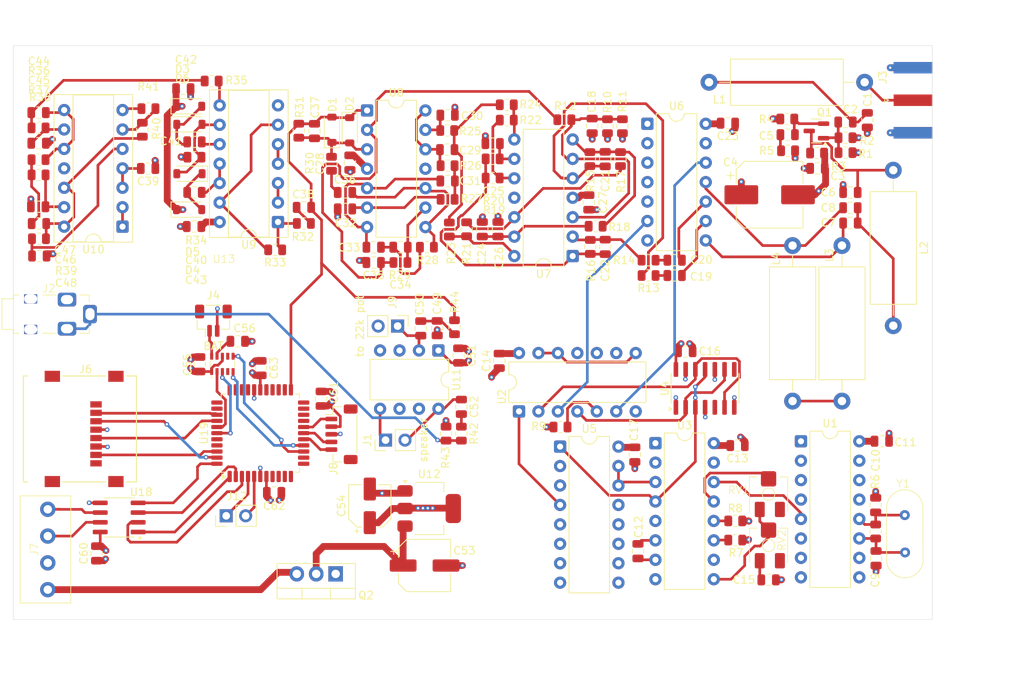
<source format=kicad_pcb>
(kicad_pcb (version 20241229) (generator "pcbnew") (generator_version "9.0")
  (layers (0 "F.Cu" signal) (4 "In1.Cu" signal) (6 "In2.Cu" signal) (2 "B.Cu" signal) (13 "F.Paste" user) (15 "B.Paste" user) (5 "F.SilkS" user "F.Silkscreen") (7 "B.SilkS" user "B.Silkscreen") (1 "F.Mask" user) (3 "B.Mask" user) (25 "Edge.Cuts" user))
  (net 0 "")
  (net 1 "VSS")
  (net 2 "Net-(C1-Pad2)")
  (net 3 "Net-(Q1-B)")
  (net 4 "VDD")
  (net 5 "Net-(Q1-E)")
  (net 6 "Net-(C5-Pad2)")
  (net 7 "Net-(Q1-C)")
  (net 8 "Net-(C7-Pad1)")
  (net 9 "/Untitled Sheet/FILTER_PREAMP/A")
  (net 10 "/Untitled Sheet/OSCILATOR/OSC1")
  (net 11 "/Untitled Sheet/OSCILATOR/OSC2")
  (net 12 "/Untitled Sheet/OSCILATOR/S2")
  (net 13 "/Untitled Sheet/OSCILATOR/S3")
  (net 14 "Net-(C15-Pad2)")
  (net 15 "Net-(U7A-+)")
  (net 16 "Net-(C19-Pad2)")
  (net 17 "Net-(C19-Pad1)")
  (net 18 "Net-(C20-Pad2)")
  (net 19 "Net-(C20-Pad1)")
  (net 20 "Net-(U7B-+)")
  (net 21 "Net-(C21-Pad2)")
  (net 22 "Net-(U7A--)")
  (net 23 "Net-(C22-Pad2)")
  (net 24 "Net-(U7D--)")
  (net 25 "Net-(U7C--)")
  (net 26 "Net-(U8D-+)")
  (net 27 "Net-(C29-Pad2)")
  (net 28 "Net-(U8D--)")
  (net 29 "Net-(U8B-+)")
  (net 30 "Net-(C31-Pad1)")
  (net 31 "Net-(U8B--)")
  (net 32 "Net-(C33-Pad1)")
  (net 33 "Net-(U8C--)")
  (net 34 "Net-(U8A--)")
  (net 35 "Net-(C36-Pad1)")
  (net 36 "Net-(U8C-+)")
  (net 37 "/Untitled Sheet/DECODER/Sin")
  (net 38 "Net-(D1-K)")
  (net 39 "Net-(C38-Pad2)")
  (net 40 "Net-(C40-Pad1)")
  (net 41 "Net-(D4-A)")
  (net 42 "Net-(C41-Pad1)")
  (net 43 "Net-(D3-A)")
  (net 44 "Net-(C44-Pad1)")
  (net 45 "Net-(U10C-+)")
  (net 46 "Net-(U10C--)")
  (net 47 "Net-(U10D-+)")
  (net 48 "Net-(C46-Pad1)")
  (net 49 "Net-(U10D--)")
  (net 50 "Net-(U10B-+)")
  (net 51 "Net-(C49-Pad1)")
  (net 52 "Net-(J9-Pin_1)")
  (net 53 "/Untitled Sheet/AUDIO/dpeaker-")
  (net 54 "Net-(C52-Pad2)")
  (net 55 "/Untitled Sheet/POWER/P_protected")
  (net 56 "Net-(D5-A)")
  (net 57 "Net-(J3-In)")
  (net 58 "/Untitled Sheet/MCU/SDI1_SDcart")
  (net 59 "/Untitled Sheet/MCU/CS_SDcart")
  (net 62 "/Untitled Sheet/MCU/SDO1_SDcart")
  (net 63 "/Untitled Sheet/MCU/SCK1_SDcart")
  (net 64 "Net-(J7-Pin_3)")
  (net 65 "Net-(J7-Pin_4)")
  (net 66 "Net-(J8-PGD)")
  (net 68 "Net-(J8-PGC)")
  (net 70 "Net-(J8-~{MCLR})")
  (net 71 "/Untitled Sheet/AUDIO/speaker+")
  (net 72 "/Untitled Sheet/MCU/RX2rs232")
  (net 73 "/Untitled Sheet/MCU/TX2rs232")
  (net 74 "Net-(L3-Pad1)")
  (net 75 "/Untitled Sheet/OSCILATOR/S4")
  (net 76 "/Untitled Sheet/OSCILATOR/S5")
  (net 77 "/Untitled Sheet/OSCILATOR/S_~{ssb reversal}")
  (net 78 "Net-(U7D-+)")
  (net 79 "Net-(U7C-+)")
  (net 80 "Net-(R21-Pad2)")
  (net 81 "Net-(R22-Pad2)")
  (net 82 "Net-(R32-Pad2)")
  (net 83 "Net-(R33-Pad2)")
  (net 84 "Net-(R35-Pad1)")
  (net 85 "Net-(U10B--)")
  (net 86 "/Untitled Sheet/DECODER/DATAOUT")
  (net 87 "/Untitled Sheet/OSCILATOR/S8")
  (net 88 "/Untitled Sheet/OSCILATOR/S7")
  (net 93 "/Untitled Sheet/OSCILATOR/S1")
  (net 103 "/Untitled Sheet/MIXER/AOSC")
  (net 104 "/Untitled Sheet/OSCILATOR/S12")
  (net 106 "/Untitled Sheet/OSCILATOR/S11")
  (net 107 "/Untitled Sheet/OSCILATOR/St1")
  (net 108 "/Untitled Sheet/OSCILATOR/S_518KHz{slash}~{490KHz}")
  (net 109 "/Untitled Sheet/MIXER/BOSC")
  (net 110 "/Untitled Sheet/OSCILATOR/S9")
  (net 113 "/Untitled Sheet/OSCILATOR/S6")
  (net 123 "Net-(U9-Pad2)")
  (net 124 "Net-(U9-Pad4)")
  (net 125 "Net-(U10A--)")
  (net 127 "/Untitled Sheet/MCU/TX1rs485")
  (net 128 "/Untitled Sheet/MCU/RX1rs485")
  (net 129 "/Untitled Sheet/MCU/~{RE}Rrs485")
  (net 130 "/Untitled Sheet/MCU/DErs485")
  (net 153 "/Untitled Sheet/FILTER_PREAMP/B")
  (net 154 "12V")
  (net 155 "Net-(U13-Vout)")
  (net 156 "Net-(J4-Pin_1)")
  (net 157 "/Untitled Sheet/MCU/RTC_RST")
  (net 158 "/Untitled Sheet/MCU/RTC_SCL")
  (net 159 "/Untitled Sheet/MCU/RTC_SDA")
  (net 160 "/Untitled Sheet/MCU/RTC_IRQ")
  (net 162 "Net-(J2-Pad2)")
  (footprint "Capacitor_SMD:C_0805_2012Metric" (layer "F.Cu") (at 73.245 71.065)
    (property "Reference" "C47")
    (property "Value" "22nF")
  )
  (footprint "Inductor_THT:L_Axial_L14.5mm_D5.8mm_P20.32mm_Horizontal_Fastron_HBCC" (layer "F.Cu") (at 178.2 96.46 90)
    (property "Reference" "L3")
    (property "Value" "2.2mH")
  )
  (footprint "Resistor_SMD:R_0805_2012Metric" (layer "F.Cu") (at 126.932312 74.042687 90)
    (property "Reference" "R23")
    (property "Value" "10K")
  )
  (footprint "Capacitor_SMD:C_0805_2012Metric" (layer "F.Cu") (at 133.287312 74.012687 -90)
    (property "Reference" "C26")
    (property "Value" "2.2nF")
  )
  (footprint "Resistor_SMD:R_0805_2012Metric" (layer "F.Cu") (at 178.66 62.05)
    (property "Reference" "R2")
    (property "Value" "12K")
  )
  (footprint "Diode_SMD:D_SOD-123" (layer "F.Cu") (at 92.99 60.3)
    (property "Reference" "D6")
    (property "Value" "1N4148W")
  )
  (footprint "Resistor_SMD:R_0805_2012Metric" (layer "F.Cu") (at 126.706019 65.702687)
    (property "Reference" "R26")
    (property "Value" "22K")
  )
  (footprint "Capacitor_SMD:C_0805_2012Metric" (layer "F.Cu") (at 182.65 117 90)
    (property "Reference" "C9")
    (property "Value" "33pF")
  )
  (footprint "Resistor_SMD:R_0805_2012Metric" (layer "F.Cu") (at 178.66 64 180)
    (property "Reference" "R1")
    (property "Value" "39K")
  )
  (footprint "Capacitor_SMD:C_0805_2012Metric" (layer "F.Cu") (at 163.3 60.15 180)
    (property "Reference" "C23")
    (property "Value" "100nF")
  )
  (footprint "Resistor_SMD:R_0805_2012Metric" (layer "F.Cu") (at 134.432312 57.742687 180)
    (property "Reference" "R24")
    (property "Value" "10K")
  )
  (footprint "Resistor_SMD:R_0805_2012Metric" (layer "F.Cu") (at 149.532312 60.542687 -90)
    (property "Reference" "R11")
    (property "Value" "39K")
  )
  (footprint "Resistor_SMD:R_0805_2012Metric" (layer "F.Cu") (at 86.85 61 90)
    (property "Reference" "R40")
    (property "Value" "1K")
  )
  (footprint "Capacitor_SMD:CP_Elec_5x5.8" (layer "F.Cu") (at 116.55 110.15 90)
    (property "Reference" "C54")
    (property "Value" "22uF")
  )
  (footprint "Capacitor_SMD:C_0805_2012Metric" (layer "F.Cu") (at 102.35 92.15 -90)
    (property "Reference" "C63")
    (property "Value" "22nF")
  )
  (footprint "Package_QFP:TQFP-44_10x10mm_P0.8mm" (layer "F.Cu") (at 102.25 100.65 90)
    (property "Reference" "U19")
    (property "Value" "PIC18F45K22")
  )
  (footprint "Resistor_SMD:R_0805_2012Metric" (layer "F.Cu") (at 73.3 66.9)
    (property "Reference" "R38")
    (property "Value" "56K")
  )
  (footprint "Resistor_SMD:R_0805_2012Metric" (layer "F.Cu") (at 171.06 59.6 180)
    (property "Reference" "R4")
    (property "Value" "330")
  )
  (footprint "Connector_PinHeader_2.54mm:PinHeader_1x02_P2.54mm_Vertical" (layer "F.Cu") (at 97.8 111.45 90)
    (property "Reference" "J12")
    (property "Value" "Conn_01x02")
  )
  (footprint "Resistor_SMD:R_0805_2012Metric" (layer "F.Cu") (at 182.6 113.5 90)
    (property "Reference" "R6")
    (property "Value" "1M")
  )
  (footprint "Inductor_THT:L_Axial_L14.5mm_D5.8mm_P20.32mm_Horizontal_Fastron_HBCC" (layer "F.Cu") (at 184.9 66.29 -90)
    (property "Reference" "L2")
    (property "Value" "100uH")
  )
  (footprint "user_connector:CONN_47219-2001_MOL" (layer "F.Cu") (at 78.7 100.1 90)
    (property "Reference" "J6")
    (property "Value" "Micro_SD_Card")
  )
  (footprint "Resistor_SMD:R_0805_2012Metric" (layer "F.Cu") (at 126.505 100.71 -90)
    (property "Reference" "R43")
    (property "Value" "2K2")
  )
  (footprint "Capacitor_SMD:C_0805_2012Metric" (layer "F.Cu") (at 73.295 62.765 180)
    (property "Reference" "C45")
    (property "Value" "10nF")
  )
  (footprint "Capacitor_SMD:C_0805_2012Metric" (layer "F.Cu") (at 117.056019 76.352687 180)
    (property "Reference" "C33")
    (property "Value" "10nF")
  )
  (footprint "Resistor_SMD:R_0805_2012Metric" (layer "F.Cu") (at 141.45 99.85 180)
    (property "Reference" "R9")
    (property "Value" "100K")
  )
  (footprint "Capacitor_SMD:C_0805_2012Metric" (layer "F.Cu") (at 117.056019 78.352687 180)
    (property "Reference" "C35")
    (property "Value" "22uF")
  )
  (footprint "Resistor_SMD:R_0805_2012Metric" (layer "F.Cu") (at 93.65 64.59 180)
    (property "Reference" "R34")
    (property "Value" "2m2")
  )
  (footprint "Capacitor_SMD:C_0805_2012Metric" (layer "F.Cu") (at 132.587312 62.812687)
    (property "Reference" "C25")
    (property "Value" "100nF")
  )
  (footprint "Capacitor_SMD:C_0805_2012Metric" (layer "F.Cu") (at 145.15 70.5 90)
    (property "Reference" "C27")
    (property "Value" "100nF")
  )
  (footprint "Capacitor_SMD:C_0805_2012Metric" (layer "F.Cu") (at 73.395 77.5 180)
    (property "Reference" "C48")
    (property "Value" "22nF")
  )
  (footprint "Capacitor_SMD:C_0805_2012Metric" (layer "F.Cu") (at 107.94 71.15 180)
    (property "Reference" "C38")
    (property "Value" "220nF")
  )
  (footprint "Capacitor_SMD:C_0805_2012Metric" (layer "F.Cu") (at 104.05 108.4 180)
    (property "Reference" "C62")
    (property "Value" "22nF")
  )
  (footprint "Package_DIP:DIP-14_W7.62mm" (layer "F.Cu") (at 116.191019 58.482687)
    (property "Reference" "U8")
    (property "Value" "TLC274")
  )
  (footprint "Capacitor_SMD:C_0805_2012Metric" (layer "F.Cu") (at 168.615 119.82 180)
    (property "Reference" "C15")
    (property "Value" "4.7nF")
  )
  (footprint "Package_DIP:DIP-14_W7.62mm" (layer "F.Cu") (at 136.03 97.805 90)
    (property "Reference" "U2")
    (property "Value" "74HC86")
  )
  (footprint "Resistor_SMD:R_0805_2012Metric" (layer "F.Cu") (at 126.656019 61.102687 180)
    (property "Reference" "R25")
    (property "Value" "30K")
  )
  (footprint "Capacitor_SMD:C_0805_2012Metric" (layer "F.Cu") (at 179.3 73.2 180)
    (property "Reference" "C7")
    (property "Value" "2.2nF")
  )
  (footprint "Inductor_THT:L_Axial_L14.5mm_D5.8mm_P20.32mm_Horizontal_Fastron_HBCC" (layer "F.Cu") (at 171.75 76.14 -90)
    (property "Reference" "L4")
    (property "Value" "2.2mH")
  )
  (footprint "Capacitor_SMD:C_0805_2012Metric" (layer "F.Cu") (at 87.595 66.065 180)
    (property "Reference" "C39")
    (property "Value" "100nF")
  )
  (footprint "Capacitor_SMD:C_0805_2012Metric" (layer "F.Cu") (at 131.237312 74.012687 -90)
    (property "Reference" "C24")
    (property "Value" "15nF")
  )
  (footprint "Package_DIP:CERDIP-14_W7.62mm_SideBrazed_Socket" (layer "F.Cu") (at 84.26 73.67 180)
    (property "Reference" "U10")
    (property "Value" "TLC274")
  )
  (footprint "Capacitor_SMD:C_0805_2012Metric" (layer "F.Cu") (at 151.15 103.45 90)
    (property "Reference" "C17")
    (property "Value" "100nF")
  )
  (footprint "user_connector:2.5MM AUDIO JACK" (layer "F.Cu") (at 68.5125 85.1 90)
    (property "Reference" "J2")
    (property "Value" "AudioJack2_Ground")
  )
  (footprint "Capacitor_SMD:C_0805_2012Metric" (layer "F.Cu") (at 181.51 59.75 90)
    (property "Reference" "C1")
    (property "Value" "470pF")
  )
  (footprint "Capacitor_SMD:CP_Elec_6.3x5.9" (layer "F.Cu") (at 123.7 117.95)
    (property "Reference" "C53")
    (property "Value" "10uF")
  )
  (footprint "Capacitor_SMD:C_0805_2012Metric" (layer "F.Cu") (at 145.582312 60.492687 90)
    (property "Reference" "C18")
    (property "Value" "22uF")
  )
  (footprint "Resistor_SMD:R_0805_2012Metric" (layer "F.Cu") (at 164.265 114.62 180)
    (property "Reference" "R7")
    (property "Value" "33K")
  )
  (footprint "Capacitor_SMD:C_0805_2012Metric" (layer "F.Cu") (at 110.2 96.15 -90)
    (property "Reference" "C61")
    (property "Value" "22nF")
  )
  (footprint "Capacitor_SMD:C_0805_2012Metric" (layer "F.Cu") (at 179.3 71.2 180)
    (property "Reference" "C8")
    (property "Value" "2.2nF")
  )
  (footprint "Capacitor_SMD:C_0805_2012Metric" (layer "F.Cu") (at 133.45 91.2 90)
    (property "Reference" "C14")
    (property "Value" "100nF")
  )
  (footprint "Resistor_SMD:R_0805_2012Metric" (layer "F.Cu") (at 164.265 112.12 180)
    (property "Reference" "R8")
    (property "Value" "33K")
  )
  (footprint "Capacitor_SMD:CP_Elec_8x10.5" (layer "F.Cu") (at 168.76 69.5)
    (property "Reference" "C4")
    (property "Value" "100uF")
  )
  (footprint "Resistor_SMD:R_0805_2012Metric" (layer "F.Cu") (at 152.95 80.05 180)
    (property "Reference" "R13")
    (property "Value" "1K")
  )
  (footprint "Capacitor_SMD:C_0805_2012Metric" (layer "F.Cu") (at 73.345 73.265)
    (property "Reference" "C46")
    (property "Value" "100nF")
  )
  (footprint "Resistor_SMD:R_0805_2012Metric" (layer "F.Cu") (at 126.706019 70.102687 180)
    (property "Reference" "R27")
    (property "Value" "68K")
  )
  (footprint "Resistor_SMD:R_0805_2012Metric" (layer "F.Cu") (at 171.16 63.75)
    (property "Reference" "R5")
    (property "Value" "68")
  )
  (footprint "Capacitor_SMD:C_0805_2012Metric" (layer "F.Cu") (at 120.556019 76.352687 180)
    (property "Reference" "C34")
    (property "Value" "10nF")
  )
  (footprint "Capacitor_SMD:C_0805_2012Metric" (layer "F.Cu") (at 126.706019 67.702687 180)
    (property "Reference" "C31")
    (property "Value" "10nF")
  )
  (footprint "Diode_SMD:D_SOD-123" (layer "F.Cu") (at 93 66.75 180)
    (property "Reference" "D5")
    (property "Value" "1N4148W")
  )
  (footprint "Resistor_SMD:R_0805_2012Metric" (layer "F.Cu") (at 141.95 59.7 180)
    (property "Reference" "R12")
    (property "Value" "150K")
  )
  (footprint "Capacitor_SMD:C_0805_2012Metric" (layer "F.Cu") (at 73.295 58.765)
    (property "Reference" "C44")
    (property "Value" "22nF")
  )
  (footprint "Resistor_SMD:R_0805_2012Metric" (layer "F.Cu") (at 111.55 65.45 90)
    (property "Reference" "R30")
    (property "Value" "2K2")
  )
  (footprint "Capacitor_SMD:C_0805_2012Metric" (layer "F.Cu") (at 92.2 55.65 180)
    (property "Reference" "C42")
    (property "Value" "100nF")
  )
  (footprint "Resistor_SMD:R_0805_2012Metric" (layer "F.Cu") (at 127.605 86.81 -90)
    (property "Reference" "R44")
    (property "Value" "47K")
  )
  (footprint "Package_DIP:DIP-16_W7.62mm" (layer "F.Cu") (at 141.395 102.41)
    (property "Reference" "U5")
    (property "Value" "74HC40103")
  )
  (footprint "Capacitor_SMD:C_0805_2012Metric" (layer "F.Cu") (at 113.306019 69.202687)
    (property "Reference" "C36")
    (property "Value" "1u")
  )
  (footprint "Package_DIP:DIP-16_W7.62mm" (layer "F.Cu") (at 153.845 101.96)
    (property "Reference" "U3")
    (property "Value" "4046")
  )
  (footprint "Diode_SMD:D_SOD-123" (layer "F.Cu") (at 92.95 57.94)
    (property "Reference" "D3")
    (property "Value" "1N4148W")
  )
  (footprint "Diode_SMD:D_SOD-123" (layer "F.Cu") (at 111.606019 61.002687 90)
    (property "Reference" "D1")
    (property "Value" "1N4148W")
  )
  (footprint "user_connector:AKL 059-04" (layer "F.Cu") (at 74.5 115.85 90)
    (property "Reference" "J7")
    (property "Value" "Conn_01x04")
  )
  (footprint "Package_TO_SOT_THT:TO-220-3_Vertical" (layer "F.Cu") (at 112.09 119.04354 180)
    (property "Reference" "Q2")
    (property "Value" "FQP47P06")
  )
  (footprint "Capacitor_SMD:C_0805_2012Metric" (layer "F.Cu") (at 94.35 91.65 -90)
    (property "Reference" "C55")
    (property "Value" "22nF")
  )
  (footprint "Capacitor_SMD:C_0805_2012Metric" (layer "F.Cu") (at 93.65 69.19 180)
    (property "Reference" "C40")
    (property "Value" "4.7nF")
  )
  (footprint "Connector_PinHeader_2.54mm:PinHeader_1x02_P2.54mm_Vertical" (layer "F.Cu") (at 118.605 101.56 90)
    (property "Reference" "J1")
    (property "Value" "speaker")
  )
  (footprint "Capacitor_SMD:C_0805_2012Metric" (layer "F.Cu") (at 113.95 65.3 90)
    (property "Reference" "C28")
    (property "Value" "100nF")
  )
  (footprint "Connector_Coaxial:SMA_Amphenol_132289_EdgeMount" (layer "F.Cu") (at 187.4875 57.15)
    (property "Reference" "J3")
    (property "Value" "ant")
  )
  (footprint "Resistor_SMD:R_0805_2012Metric" (layer "F.Cu") (at 124.006019 76.352687)
    (property "Reference" "R28")
    (property "Value" "39K")
  )
  (footprint "Capacitor_SMD:C_0805_2012Metric" (layer "F.Cu") (at 123.205 86.96 -90)
    (property "Reference" "C50")
    (property "Value" "22nF")
  )
  (footprint "Capacitor_SMD:C_0805_2012Metric" (layer "F.Cu") (at 156.35 80.05)
    (property "Reference" "C19")
    (property "Value" "1nF")
  )
  (footprint "Capacitor_SMD:C_0805_2012Metric" (layer "F.Cu") (at 126.656019 63.602687)
    (property "Reference" "C29")
    (property "Value" "100nF")
  )
  (footprint "Resistor_SMD:R_0805_2012Metric" (layer "F.Cu") (at 149.282312 64.842687 -90)
    (property "Reference" "R17")
    (property "Value" "10K")
  )
  (footprint "Resistor_SMD:R_0805_2012Metric" (layer "F.Cu") (at 128.505 100.71 -90)
    (property "Reference" "R42")
    (property "Value" "100")
  )
  (footprint "Capacitor_SMD:C_0805_2012Metric" (layer "F.Cu") (at 80.875 116.365 90)
    (property "Reference" "C60")
    (property "Value" "22nF")
  )
  (footprint "Capacitor_SMD:C_0805_2012Metric" (layer "F.Cu") (at 183.4 101.7 180)
    (property "Reference" "C11")
    (property "Value" "100nF")
  )
  (footprint "Package_DIP:CERDIP-14_W7.62mm_SideBrazed_Socket" (layer "F.Cu") (at 104.56 73.06 180)
    (property "Reference" "U9")
    (property "Value" "4069")
  )
  (footprint "Resistor_SMD:R_0805_2012Metric" (layer "F.Cu") (at 146.037312 73.612687 180)
    (property "Reference" "R18")
    (property "Value" "10K")
  )
  (footprint "Capacitor_SMD:C_0805_2012Metric" (layer "F.Cu") (at 157.75 90 180)
    (property "Reference" "C16")
    (property "Value" "100nF")
  )
  (footprint "Resistor_SMD:R_0805_2012Metric" (layer "F.Cu") (at 145.337312 76.312687 -90)
    (property "Reference" "R16")
    (property "Value" "27K")
  )
  (footprint "Capacitor_SMD:C_0805_2012Metric" (layer "F.Cu") (at 175 66.05)
    (property "Reference" "C3")
    (property "Value" "100nF")
  )
  (footprint "Connector_JST:JST_SH_BM05B-SRSS-TB_1x05-1MP_P1.00mm_Vertical" (layer "F.Cu") (at 112.85 100.8 -90)
    (property "Reference" "J8")
    (property "Value" "pic programming connector jst")
  )
  (footprint "Capacitor_SMD:C_0805_2012Metric" (layer "F.Cu") (at 93.6 73.65)
    (property "Reference" "C43")
    (property "Value" "100nF")
  )
  (footprint "Capacitor_SMD:C_0805_2012Metric" (layer "F.Cu") (at 109.326019 61.177687 -90)
    (property "Reference" "C37")
    (property "Value" "470pF")
  )
  (footprint "Capacitor_SMD:C_0805_2012Metric" (layer "F.Cu") (at 125.35 86.935 -90)
    (property "Reference" "C49")
    (property "Value" "10nF")
  )
  (footprint "Capacitor_SMD:C_0805_2012Metric" (layer "F.Cu") (at 147.287312 76.312687 -90)
    (property "Reference" "C22")
    (property "Value" "10nF")
  )
  (footprint "Package_SO:SOIC-8_3.9x4.9mm_P1.27mm" (layer "F.Cu") (at 83.825 111.665 180)
    (property "Reference" "U18")
    (property "Value" "MAX485E")
  )
  (footprint "Connector_JST:JST_SH_BM02B-SRSS-TB_1x02-1MP_P1.00mm_Vertical" (layer "F.Cu") (at 96.125 85.955)
    (property "Reference" "J4")
    (property "Value" "BAT")
  )
  (footprint "Package_DIP:DIP-14_W7.62mm" (layer "F.Cu") (at 143.037312 77.512687 180)
    (property "Reference" "U7")
    (property "Value" "TLC274")
  )
  (footprint "Capacitor_SMD:C_0805_2012Metric" (layer "F.Cu") (at 171.11 61.65 180)
    (property "Reference" "C5")
    (property "Value" "10nF")
  )
  (footprint "Capacitor_SMD:C_0805_2012Metric" (layer "F.Cu") (at 179.3 69.2)
    (property "Reference" "C6")
    (property "Value" "1.8nF")
  )
  (footprint "Package_TO_SOT_SMD:SOT-223-3_TabPin2" (layer "F.Cu") (at 124.3 110.5)
    (property "Reference" "U12")
    (property "Value" "AMS1117-5.0")
  )
  (footprint "Package_SO:SO-14_3.9x8.65mm_P1.27mm" (layer "F.Cu") (at 160.3275 94.8 90)
    (property "Reference" "U4")
    (property "Value" "74HC74")
  )
  (footprint "Capacitor_SMD:C_0805_2012Metric" (layer "F.Cu") (at 93.65 62.59 180)
    (property "Reference" "C41")
    (property "Value" "4.7nF")
  )
  (footprint "Capacitor_SMD:C_0805_2012Metric" (layer "F.Cu") (at 156.35 78.05)
    (property "Reference" "C20")
    (property "Value" "1nF")
  )
  (footprint "Resistor_SMD:R_0805_2012Metric" (layer "F.Cu") (at 132.587312 67.312687)
    (property "Reference" "R19")
    (property "Value" "10K")
  )
  (footprint "user_crystal_tht:cristal p4.88" (layer "F.Cu") (at 186.4 113.8 90)
    (property "Reference" "Y1")
    (property "Value" "3.6864MHz")
  )
  (footprint "user_pot_smd:model23" (layer "F.Cu") (at 168.615 108.62)
    (property "Reference" "RV1")
    (property "Value" "R_Potentiometer")
  )
  (footprint "Resistor_SMD:R_0805_2012Metric" (layer "F.Cu") (at 145.282312 64.842687 90)
    (property "Reference" "R15")
    (property "Value" "27K")
  )
  (footprint "Diode_SMD:D_SOD-123" (layer "F.Cu") (at 113.926019 61.077687 -90)
    (property "Reference" "D2")
    (property "Value" "1N4148W")
  )
  (footprint "Resistor_SMD:R_0805_2012Metric" (layer "F.Cu") (at 147.582312 60.542687 90)
    (property "Reference" "R10")
    (property "Value" "4K7")
  )
  (footprint "Resistor_SMD:R_0805_2012Metric" (layer "F.Cu") (at 73.35 75.25)
    (property "Reference" "R39")
    (property "Value" "47K")
  )
  (footprint "Resistor_SMD:R_0805_2012Metric" (layer "F.Cu") (at 95.9 54.64 180)
    (property "Reference" "R35")
    (property "Value" "39K")
  )
  (footprint "Package_DIP:DIP-8_W7.62mm" (layer "F.Cu") (at 125.51 89.845 -90)
    (property "Reference" "U11")
    (property "Value" "TDA7052A")
  )
  (footprint "Resistor_SMD:R_0805_2012Metric" (layer "F.Cu") (at 107.276019 61.127687 90)
    (property "Reference" "R31")
    (property "Value" "220K")
  )
  (footprint "Capacitor_SMD:C_0805_2012Metric" (layer "F.Cu") (at 128.505 97.21 -90)
    (property "Reference" "C52")
    (property "Value" "22nF")
  )
  (footprint "Resistor_SMD:R_0805_2012Metric" (layer "F.Cu") (at 132.587312 64.812687)
    (property "Reference" "R20")
    (property "Value" "10K")
  )
  (footprint "user_rtc:RX8130CE" (layer "F.Cu") (at 97.3 91.6)
    (property "Reference" "U13")
    (property "Value" "RX8130CE_B")
  )
  (footprint "Capacitor_SMD:C_0805_2012Metric" (layer "F.Cu") (at 151.565 116.07 90)
    (property "Reference" "C12")
    (property "Value" "220pF")
  )
  (footprint "Capacitor_SMD:C_0805_2012Metric" (layer "F.Cu") (at 126.706019 59.102687 180)
    (property "Reference" "C30")
    (property "Value" "4.7nF")
  )
  (footprint "Resistor_SMD:R_0805_2012Metric" (layer "F.Cu") (at 104.19 76.7 180)
    (property "Reference" "R33")
    (property "Value" "2m2")
  )
  (footprint "Package_DIP:DIP-14_W7.62mm" (layer "F.Cu") (at 152.795 60.23)
    (property "Reference" "U6")
    (property "Value" "CD4066BE")
  )
  (footprint "Package_TO_SOT_SMD:SOT-23" (layer "F.Cu") (at 174.86 61.1625 180)
    (property "Reference" "Q1")
    (property "Value" "BC847")
  )
  (footprint "Capacitor_SMD:C_0805_2012Metric" (layer "F.Cu") (at 164.565 102.27 180)
    (property "Reference" "C13")
    (property "Value" "100nF")
  )
  (footprint "Resistor_SMD:R_0805_2012Metric" (layer "F.Cu") (at 73.295 60.765)
    (property "Reference" "R36")
    (property "Value" "220K")
  )
  (footprint "Resistor_SMD:R_0805_2012Metric" (layer "F.Cu") (at 87.645 58.25 180)
    (property "Reference" "R41")
    (property "Value" "220K")
  )
  (footprint "Resistor_SMD:R_0805_2012Metric" (layer "F.Cu") (at 73.295 64.915 180)
    (property "Reference" "R37")
    (property "Value" "12K")
  )
  (footprint "Resistor_SMD:R_0805_2012Metric" (layer "F.Cu") (at 107.94 73.25 180)
    (property "Reference" "R32")
    (property "Value" "10K")
  )
  (footprint "Resistor_SMD:R_0805_2012Metric" (layer "F.Cu") (at 134.432312 59.742687)
    (property "Reference" "R22")
    (property "Value" "10K")
  )
  (footprint "Capacitor_SMD:C_0805_2012Metric" (layer "F.Cu") (at 182.6 110.05 90)
    (property "Reference" "C10")
    (property "Value" "47pF")
  )
  (footprint "Resistor_SMD:R_0805_2012Metric" (layer "F.Cu") (at 152.95 78.05 180)
    (property "Reference" "R14")
    (property "Value" "1K")
  )
  (footprint "Resistor_SMD:R_0805_2012Metric" (layer "F.Cu") (at 120.556019 78.352687)
    (property "Reference" "R29")
    (property "Value" "150K")
  )
  (footprint "Diode_SMD:D_SOD-123" (layer "F.Cu") (at 92.95 71.44)
    (property "Reference" "D4")
    (property "Value" "1N4148W")
  )
  (footprint "Connector_PinHeader_2.54mm:PinHeader_1x02_P2.54mm_Vertical" (layer "F.Cu") (at 120.18 86.66 -90)
    (property "Reference" "J9")
    (property "Value" "to 22k pot")
  )
  (footprint "Capacitor_SMD:C_0805_2012Metric" (layer "F.Cu") (at 99.3 88.65 180)
    (property "Reference" "C56")
    (property "Value" "22nF")
  )
  (footprint "Capacitor_SMD:C_0805_2012Metric" (layer "F.Cu") (at 147.282312 64.842687 90)
    (property "Reference" "C21")
    (property "Value" "10nF")
  )
  (footprint "Capacitor_SMD:C_0805_2012Metric" (layer "F.Cu") (at 178.66 60 180)
    (property "Reference" "C2")
    (property "Value" "2.2nF")
  )
  (footprint "Resistor_SMD:R_0805_2012Metric" (layer "F.Cu") (at 129.187312 74.012687 -90)
    (property "Reference" "R21")
    (property "Value" "10K")
  )
  (footprint "user_pot_smd:model23" (layer "F.Cu") (at 168.615 115.32)
    (property "Reference" "RV2")
    (property "Value" "R_Potentiometer")
  )
  (footprint "Capacitor_SMD:C_0805_2012Metric" (layer "F.Cu") (at 128.155 90.51 -90)
    (property "Reference" "C51")
    (property "Value" "22nF")
  )
  (footprint "Inductor_THT:L_Axial_L14.5mm_D5.8mm_P20.32mm_Horizontal_Fastron_HBCC" (layer "F.Cu") (at 181.16 54.8 180)
    (property "Reference" "L1")
    (property "Value" "220uH")
  )
  (footprint "Resistor_SMD:R_0805_2012Metric" (layer "F.Cu") (at 174.95 64.05 180)
    (property "Reference" "R3")
    (property "Value" "1K5")
  )
  (footprint "Package_DIP:DIP-16_W7.62mm" (layer "F.Cu") (at 172.845 101.71)
    (property "Reference" "U1")
    (property "Value" "4060")
  )
  (footprint "Capacitor_SMD:C_0805_2012Metric" (layer "F.Cu") (at 113.306019 71.352687)
    (property "Reference" "C32")
    (property "Value" "4.7nF")
  )
  (gr_rect (start 70 50) (end 190 125) (stroke (width 0.05)) (fill no) (layer "Edge.Cuts"))
  (segment (start 182.6 109.1) (end 182.6 108.25) (width 0.889) (layer "F.Cu") (net 1))
  (segment (start 126.5 117.95) (end 128.65 117.95) (width 0.889) (layer "F.Cu") (net 1))
  (segment (start 126.505 99.005) (end 126.5 99) (width 0.889) (layer "F.Cu") (net 1))
  (segment (start 165.1775 114.62) (end 165.95087 114.62) (width 0.889) (layer "F.Cu") (net 1))
  (segment (start 165.1775 112.12) (end 166.02 112.12) (width 0.889) (layer "F.Cu") (net 1))
  (segment (start 127.656019 58.056019) (end 127.65 58.05) (width 0.889) (layer "F.Cu") (net 1))
  (segment (start 105 108.4) (end 105 109.1) (width 0.889) (layer "F.Cu") (net 1))
  (segment (start 74.585 62.765) (end 75.1 62.25) (width 0.889) (layer "F.Cu") (net 1))
  (segment (start 182.65 117.95) (end 182.65 118.75) (width 0.889) (layer "F.Cu") (net 1))
  (segment (start 149.532312 61.455187) (end 149.532312 62.232312) (width 0.889) (layer "F.Cu") (net 1))
  (segment (start 80.875 117.315) (end 81.825 117.315) (width 0.889) (layer "F.Cu") (net 1))
  (segment (start 120.850001 108.499999) (end 118.55 108.499999) (width 0.889) (layer "F.Cu") (net 1))
  (segment (start 172.0725 64.7225) (end 172.1 64.75) (width 0.889) (layer "F.Cu") (net 1))
  (segment (start 165.515 101.715) (end 164.95 101.15) (width 0.889) (layer "F.Cu") (net 1))
  (segment (start 96.625 84.400375) (end 96.65 84.375375) (width 0.34925) (layer "F.Cu") (net 1))
  (segment (start 116.65 108.05) (end 116.55 107.95) (width 0.889) (layer "F.Cu") (net 1))
  (segment (start 72.295 71.065) (end 72.295 70.055) (width 0.889) (layer "F.Cu") (net 1))
  (segment (start 158.7 89.35) (end 158.3 88.95) (width 0.889) (layer "F.Cu") (net 1))
  (segment (start 74.345 77.5) (end 74.345 77.4) (width 0.889) (layer "F.Cu") (net 1))
  (segment (start 164.25 60.15) (end 164.25 60.85) (width 0.889) (layer "F.Cu") (net 1))
  (segment (start 112.65 100.8) (end 112.7 100.75) (width 0.34925) (layer "F.Cu") (net 1))
  (segment (start 131.637312 62.812687) (end 131.637312 61.797687) (width 0.889) (layer "F.Cu") (net 1))
  (segment (start 149.55 62.25) (end 149.532312 62.232312) (width 0.889) (layer "F.Cu") (net 1))
  (segment (start 105 109.1) (end 104.7 109.4) (width 0.889) (layer "F.Cu") (net 1))
  (segment (start 170.1475 59.6) (end 169.25 59.6) (width 0.889) (layer "F.Cu") (net 1))
  (segment (start 101.6 91.2) (end 101.2 91.6) (width 0.889) (layer "F.Cu") (net 1))
  (segment (start 172.0725 63.75) (end 172.0725 64.7225) (width 0.889) (layer "F.Cu") (net 1))
  (segment (start 74.245 62.765) (end 74.585 62.765) (width 0.889) (layer "F.Cu") (net 1))
  (segment (start 164.25 60.85) (end 163.85 61.25) (width 0.889) (layer "F.Cu") (net 1))
  (segment (start 111.4 95.2) (end 111.65 95.45) (width 0.889) (layer "F.Cu") (net 1))
  (segment (start 170.28 119.82) (end 170.3 119.8) (width 0.889) (layer "F.Cu") (net 1))
  (segment (start 127.656019 59.102687) (end 127.656019 58.056019) (width 0.889) (layer "F.Cu") (net 1))
  (segment (start 187.4875 61.4) (end 184.5 61.4) (width 0.889) (layer "F.Cu") (net 1))
  (segment (start 165.515 102.27) (end 165.515 101.715) (width 0.889) (layer "F.Cu") (net 1))
  (segment (start 113.95 66.470582) (end 114 66.520582) (width 0.889) (layer "F.Cu") (net 1))
  (segment (start 116.9 108.499999) (end 116.65 108.249999) (width 0.889) (layer "F.Cu") (net 1))
  (segment (start 112.356019 71.352687) (end 112.356019 72.393981) (width 0.889) (layer "F.Cu") (net 1))
  (segment (start 102.25 106.3125) (end 102.25 105.2) (width 0.34925) (layer "F.Cu") (net 1))
  (segment (start 151.15 104.4) (end 151.15 105.3) (width 0.889) (layer "F.Cu") (net 1))
  (segment (start 187.4875 52.9) (end 184.5 52.9) (width 0.889) (layer "F.Cu") (net 1))
  (segment (start 181.51 60.7) (end 181.51 61.49) (width 0.889) (layer "F.Cu") (net 1))
  (segment (start 101.45 94.9875) (end 101.45 96.1) (width 0.34925) (layer "F.Cu") (net 1))
  (segment (start 88.545 65.045) (end 88.5 65) (width 0.889) (layer "F.Cu") (net 1))
  (segment (start 118.15 108.499999) (end 116.9 108.499999) (width 0.889) (layer "F.Cu") (net 1))
  (segment (start 128.155 89.56) (end 129.01 89.56) (width 0.889) (layer "F.Cu") (net 1))
  (segment (start 131.237312 73.062687) (end 131.237312 72.416817) (width 0.889) (layer "F.Cu") (net 1))
  (segment (start 93.51 90.7) (end 93.15 91.06) (width 0.889) (layer "F.Cu") (net 1))
  (segment (start 133.287312 73.062687) (end 133.287312 72.297687) (width 0.889) (layer "F.Cu") (net 1))
  (segment (start 115.840479 78.087147) (end 115.176912 78.087147) (width 0.889) (layer "F.Cu") (net 1))
  (segment (start 129.01 89.56) (end 129.45 90) (width 0.889) (layer "F.Cu") (net 1))
  (segment (start 181.51 61.49) (end 181.5 61.5) (width 0.889) (layer "F.Cu") (net 1))
  (segment (start 179.5725 62.05) (end 180.4 62.05) (width 0.889) (layer "F.Cu") (net 1))
  (segment (start 81.825 117.315) (end 82.05 117.09) (width 0.889) (layer "F.Cu") (net 1))
  (segment (start 121.15 108.2) (end 120.850001 108.499999) (width 0.889) (layer "F.Cu") (net 1))
  (segment (start 165.06 69.5) (end 165.06 67.81) (width 0.889) (layer "F.Cu") (net 1))
  (segment (start 94.35 90.7) (end 93.51 90.7) (width 0.889) (layer "F.Cu") (net 1))
  (segment (start 158.7 90) (end 158.7 89.35) (width 0.889) (layer "F.Cu") (net 1))
  (segment (start 131.637312 61.797687) (end 131.632312 61.792687) (width 0.889) (layer "F.Cu") (net 1))
  (segment (start 110.2 95.2) (end 111.4 95.2) (width 0.889) (layer "F.Cu") (net 1))
  (segment (start 113.95 66.25) (end 113.95 66.470582) (width 0.889) (layer "F.Cu") (net 1))
  (segment (start 165.06 67.81) (end 165.05 67.8) (width 0.889) (layer "F.Cu") (net 1))
  (segment (start 132.45 93.15) (end 132.45 93.35) (width 0.889) (layer "F.Cu") (net 1))
  (segment (start 166.02 112.12) (end 166.05 112.15) (width 0.889) (layer "F.Cu") (net 1))
  (segment (start 174.05 66.05) (end 173.25 66.05) (width 0.889) (layer "F.Cu") (net 1))
  (segment (start 184.35 101.7) (end 184.35 100.65) (width 0.889) (layer "F.Cu") (net 1))
  (segment (start 118.55 108.499999) (end 118.15 108.499999) (width 0.889) (layer "F.Cu") (net 1))
  (segment (start 100.25 88.65) (end 101.2 88.65) (width 0.889) (layer "F.Cu") (net 1))
  (segment (start 93.15 55.65) (end 93.15 56.7) (width 0.889) (layer "F.Cu") (net 1))
  (segment (start 178.35 69.2) (end 178.35 68.15) (width 0.889) (layer "F.Cu") (net 1))
  (segment (start 88.545 66.065) (end 88.545 65.045) (width 0.889) (layer "F.Cu") (net 1))
  (segment (start 74.345 77.4) (end 74.53 77.215) (width 0.889) (layer "F.Cu") (net 1))
  (segment (start 131.237312 72.416817) (end 131.271877 72.382252) (width 0.889) (layer "F.Cu") (net 1))
  (segment (start 80.798299 102.394999) (end 82.244999 102.394999) (width 0.34925) (layer "F.Cu") (net 1))
  (segment (start 74.53 77.215) (end 75.185 77.215) (width 0.889) (layer "F.Cu") (net 1))
  (segment (start 164.1375 97.275) (end 164.1375 96.0125) (width 0.34925) (layer "F.Cu") (net 1))
  (segment (start 164.1375 96.0125) (end 164.15 96) (width 0.34925) (layer "F.Cu") (net 1))
  (segment (start 133.287312 72.297687) (end 133.282312 72.292687) (width 0.889) (layer "F.Cu") (net 1))
  (segment (start 125.35 87.885) (end 125.35 87.1305) (width 0.889) (layer "F.Cu") (net 1))
  (segment (start 102.35 91.2) (end 101.6 91.2) (width 0.889) (layer "F.Cu") (net 1))
  (segment (start 92.65 73.65) (end 91.8 73.65) (width 0.889) (layer "F.Cu") (net 1))
  (segment (start 169.25 59.6) (end 169.2 59.55) (width 0.889) (layer "F.Cu") (net 1))
  (segment (start 116.106019 78.352687) (end 115.840479 78.087147) (width 0.889) (layer "F.Cu") (net 1))
  (segment (start 126.5 117.95) (end 126.103456 117.95) (width 0.889) (layer "F.Cu") (net 1))
  (segment (start 112.35 72.4) (end 112.356019 72.393981) (width 0.889) (layer "F.Cu") (net 1))
  (segment (start 72.295 70.055) (end 72.3 70.05) (width 0.889) (layer "F.Cu") (net 1))
  (segment (start 165.95087 114.62) (end 166.010435 114.560435) (width 0.889) (layer "F.Cu") (net 1))
  (segment (start 79.91 109.76) (end 79.9 109.75) (width 0.34925) (layer "F.Cu") (net 1))
  (segment (start 82.244999 102.394999) (end 82.3 102.45) (width 0.34925) (layer "F.Cu") (net 1))
  (segment (start 111.525 100.8) (end 112.65 100.8) (width 0.34925) (layer "F.Cu") (net 1))
  (segment (start 169.565 119.82) (end 170.28 119.82) (width 0.889) (layer "F.Cu") (net 1))
  (segment (start 126.505 99.7975) (end 126.505 99.005) (width 0.889) (layer "F.Cu") (net 1))
  (segment (start 116.65 108.249999) (end 116.65 108.05) (width 0.889) (layer "F.Cu") (net 1))
  (segment (start 75.185 77.215) (end 75.2 77.2) (width 0.889) (layer "F.Cu") (net 1))
  (segment (start 96.625 87.28) (end 96.625 84.400375) (width 0.34925) (layer "F.Cu") (net 1))
  (segment (start 145.582312 62.232312) (end 145.6 62.25) (width 0.889) (layer "F.Cu") (net 1))
  (segment (start 126.103456 117.95) (end 125.957205 118.096251) (width 0.889) (layer "F.Cu") (net 1))
  (segment (start 145.582312 61.442687) (end 145.582312 62.232312) (width 0.889) (layer "F.Cu") (net 1))
  (segment (start 81.35 109.76) (end 79.91 109.76) (width 0.34925) (layer "F.Cu") (net 1))
  (segment (start 133.45 92.15) (end 132.45 93.15) (width 0.889) (layer "F.Cu") (net 1))
  (segment (start 145.15 71.45) (end 146.2 71.45) (width 0.889) (layer "F.Cu") (net 1))
  (via (at 101.2 88.65) (size 0.6) (drill 0.3) (layers "F.Cu" "B.Cu") (net 1))
  (via (at 82.3 102.45) (size 0.6) (drill 0.3) (layers "F.Cu" "B.Cu") (net 1))
  (via (at 184.35 100.65) (size 0.6) (drill 0.3) (layers "F.Cu" "B.Cu") (net 1))
  (via (at 131.632312 61.792687) (size 0.6) (drill 0.3) (layers "F.Cu" "B.Cu") (net 1))
  (via (at 101.45 96.1) (size 0.6) (drill 0.3) (layers "F.Cu" "B.Cu") (net 1))
  (via (at 75.1 62.25) (size 0.6) (drill 0.3) (layers "F.Cu" "B.Cu") (net 1))
  (via (at 181.5 61.5) (size 0.6) (drill 0.3) (layers "F.Cu" "B.Cu") (net 1))
  (via (at 104.7 109.4) (size 0.6) (drill 0.3) (layers "F.Cu" "B.Cu") (net 1))
  (via (at 79.9 109.75) (size 0.6) (drill 0.3) (layers "F.Cu" "B.Cu") (net 1))
  (via (at 149.532312 62.232312) (size 0.6) (drill 0.3) (layers "F.Cu" "B.Cu") (net 1))
  (via (at 112.7 100.75) (size 0.6) (drill 0.3) (layers "F.Cu" "B.Cu") (net 1))
  (via (at 164.95 101.15) (size 0.6) (drill 0.3) (layers "F.Cu" "B.Cu") (net 1))
  (via (at 127.65 58.05) (size 0.6) (drill 0.3) (layers "F.Cu" "B.Cu") (net 1))
  (via (at 170.3 119.8) (size 0.6) (drill 0.3) (layers "F.Cu" "B.Cu") (net 1))
  (via (at 82.05 117.09) (size 0.6) (drill 0.3) (layers "F.Cu" "B.Cu") (net 1))
  (via (at 111.65 95.45) (size 0.6) (drill 0.3) (layers "F.Cu" "B.Cu") (net 1))
  (via (at 125.35 87.1305) (size 0.6) (drill 0.3) (layers "F.Cu" "B.Cu") (net 1))
  (via (at 88.5 65) (size 0.6) (drill 0.3) (layers "F.Cu" "B.Cu") (net 1))
  (via (at 114 66.520582) (size 0.6) (drill 0.3) (layers "F.Cu" "B.Cu") (net 1))
  (via (at 112.356019 72.393981) (size 0.6) (drill 0.3) (layers "F.Cu" "B.Cu") (net 1))
  (via (at 118.15 108.499999) (size 0.6) (drill 0.3) (layers "F.Cu" "B.Cu") (net 1))
  (via (at 158.3 88.95) (size 0.6) (drill 0.3) (layers "F.Cu" "B.Cu") (net 1))
  (via (at 96.65 84.375375) (size 0.6) (drill 0.3) (layers "F.Cu" "B.Cu") (net 1))
  (via (at 180.4 62.05) (size 0.6) (drill 0.3) (layers "F.Cu" "B.Cu") (net 1))
  (via (at 133.282312 72.292687) (size 0.6) (drill 0.3) (layers "F.Cu" "B.Cu") (net 1))
  (via (at 166.05 112.15) (size 0.6) (drill 0.3) (layers "F.Cu" "B.Cu") (net 1))
  (via (at 91.8 73.65) (size 0.6) (drill 0.3) (layers "F.Cu" "B.Cu") (net 1))
  (via (at 75.2 77.2) (size 0.6) (drill 0.3) (layers "F.Cu" "B.Cu") (net 1))
  (via (at 132.45 93.35) (size 0.6) (drill 0.3) (layers "F.Cu" "B.Cu") (net 1))
  (via (at 169.2 59.55) (size 0.6) (drill 0.3) (layers "F.Cu" "B.Cu") (net 1))
  (via (at 182.6 108.25) (size 0.6) (drill 0.3) (layers "F.Cu" "B.Cu") (net 1))
  (via (at 151.15 105.3) (size 0.6) (drill 0.3) (layers "F.Cu" "B.Cu") (net 1))
  (via (at 126.5 99) (size 0.6) (drill 0.3) (layers "F.Cu" "B.Cu") (net 1))
  (via (at 102.25 105.2) (size 0.6) (drill 0.3) (layers "F.Cu" "B.Cu") (net 1))
  (via (at 184.5 61.4) (size 0.6) (drill 0.3) (layers "F.Cu" "B.Cu") (net 1))
  (via (at 128.65 117.95) (size 0.6) (drill 0.3) (layers "F.Cu" "B.Cu") (net 1))
  (via (at 72.3 70.05) (size 0.6) (drill 0.3) (layers "F.Cu" "B.Cu") (net 1))
  (via (at 165.05 67.8) (size 0.6) (drill 0.3) (layers "F.Cu" "B.Cu") (net 1))
  (via (at 101.2 91.6) (size 0.6) (drill 0.3) (layers "F.Cu" "B.Cu") (net 1))
  (via (at 115.176912 78.087147) (size 0.6) (drill 0.3) (layers "F.Cu" "B.Cu") (net 1))
  (via (at 173.25 66.05) (size 0.6) (drill 0.3) (layers "F.Cu" "B.Cu") (net 1))
  (via (at 178.35 68.15) (size 0.6) (drill 0.3) (layers "F.Cu" "B.Cu") (net 1))
  (via (at 129.45 90) (size 0.6) (drill 0.3) (layers "F.Cu" "B.Cu") (net 1))
  (via (at 93.15 56.7) (size 0.6) (drill 0.3) (layers "F.Cu" "B.Cu") (net 1))
  (via (at 164.15 96) (size 0.6) (drill 0.3) (layers "F.Cu" "B.Cu") (net 1))
  (via (at 172.1 64.75) (size 0.6) (drill 0.3) (layers "F.Cu" "B.Cu") (net 1))
  (via (at 184.5 52.9) (size 0.6) (drill 0.3) (layers "F.Cu" "B.Cu") (net 1))
  (via (at 93.15 91.06) (size 0.6) (drill 0.3) (layers "F.Cu" "B.Cu") (net 1))
  (via (at 146.2 71.45) (size 0.6) (drill 0.3) (layers "F.Cu" "B.Cu") (net 1))
  (via (at 163.85 61.25) (size 0.6) (drill 0.3) (layers "F.Cu" "B.Cu") (net 1))
  (via (at 166.010435 114.560435) (size 0.6) (drill 0.3) (layers "F.Cu" "B.Cu") (net 1))
  (via (at 145.6 62.25) (size 0.6) (drill 0.3) (layers "F.Cu" "B.Cu") (net 1))
  (via (at 131.271877 72.382252) (size 0.6) (drill 0.3) (layers "F.Cu" "B.Cu") (net 1))
  (via (at 182.65 118.75) (size 0.6) (drill 0.3) (layers "F.Cu" "B.Cu") (net 1))
  (segment (start 184.5 52.9) (end 187.4875 52.9) (width 0.889) (layer "B.Cu") (net 1))
  (segment (start 184.5 61.4) (end 187.4875 61.4) (width 0.889) (layer "B.Cu") (net 1))
  (segment (start 179.61 60) (end 180.31 60) (width 0.34925) (layer "F.Cu") (net 2))
  (segment (start 174.41 54.8) (end 179.61 60) (width 0.34925) (layer "F.Cu") (net 2))
  (segment (start 180.31 60) (end 181.51 58.8) (width 0.34925) (layer "F.Cu") (net 2))
  (segment (start 160.84 54.8) (end 174.41 54.8) (width 0.34925) (layer "F.Cu") (net 2))
  (segment (start 177.7475 62.05) (end 175.86 62.05) (width 0.34925) (layer "F.Cu") (net 3))
  (segment (start 177.71 60) (end 177.71 62.0125) (width 0.34925) (layer "F.Cu") (net 3))
  (segment (start 177.71 62.0125) (end 177.7475 62.05) (width 0.34925) (layer "F.Cu") (net 3))
  (segment (start 177.7475 62.05) (end 177.7475 64) (width 0.34925) (layer "F.Cu") (net 3))
  (segment (start 175.86 62.05) (end 175.7975 62.1125) (width 0.34925) (layer "F.Cu") (net 3))
  (segment (start 92.7375 64.59) (end 91.95 64.59) (width 0.889) (layer "F.Cu") (net 4))
  (segment (start 140.5375 99.85) (end 139.6 99.85) (width 0.889) (layer "F.Cu") (net 4))
  (segment (start 117.65 112.35) (end 116.55 112.35) (width 0.889) (layer "F.Cu") (net 4))
  (segment (start 81.35 113.57) (end 81.35 114.94) (width 0.34925) (layer "F.Cu") (net 4))
  (segment (start 101.55 93.1) (end 101.2 92.75) (width 0.889) (layer "F.Cu") (net 4))
  (segment (start 147.582312 61.455187) (end 147.582312 62.232312) (width 0.889) (layer "F.Cu") (net 4))
  (segment (start 176.06 68.1) (end 176.06 66.16) (width 0.889) (layer "F.Cu") (net 4))
  (segment (start 156.5175 90.2825) (end 156.8 90) (width 0.34925) (layer "F.Cu") (net 4))
  (segment (start 86.645 66.065) (end 84.275 66.065) (width 0.34925) (layer "F.Cu") (net 4))
  (segment (start 95.9 92.6) (end 94.35 92.6) (width 0.34925) (layer "F.Cu") (net 4))
  (segment (start 156.8 90) (end 156.8 89.35) (width 0.889) (layer "F.Cu") (net 4))
  (segment (start 116.191019 66.102687) (end 114.438332 64.35) (width 0.889) (layer "F.Cu") (net 4))
  (segment (start 81.35 114.94) (end 80.875 115.415) (width 0.34925) (layer "F.Cu") (net 4))
  (segment (start 91.25 57.89) (end 91.3 57.94) (width 0.889) (layer "F.Cu") (net 4))
  (segment (start 149.105 102.5) (end 149.015 102.41) (width 0.889) (layer "F.Cu") (net 4))
  (segment (start 97.3 91.2) (end 96.725625 91.774375) (width 0.34925) (layer "F.Cu") (net 4))
  (segment (start 156.8 89.35) (end 157.2 88.95) (width 0.889) (layer "F.Cu") (net 4))
  (segment (start 103.1 108.95) (end 103.6 109.45) (width 0.889) (layer "F.Cu") (net 4))
  (segment (start 111.05 97.1) (end 111.6 96.55) (width 0.889) (layer "F.Cu") (net 4))
  (segment (start 111.347502 97.1) (end 112.7 98.452498) (width 0.34925) (layer "F.Cu") (net 4))
  (segment (start 102.35 93.1) (end 101.55 93.1) (width 0.889) (layer "F.Cu") (net 4))
  (segment (start 175.95 64.1375) (end 175.8625 64.05) (width 0.889) (layer "F.Cu") (net 4))
  (segment (start 121.15 110.5) (end 119.5 110.5) (width 0.889) (layer "F.Cu") (net 4))
  (segment (start 91.3 57.94) (end 92.05 57.94) (width 0.889) (layer "F.Cu") (net 4))
  (segment (start 160.3275 97.275) (end 160.3275 98.5275) (width 0.34925) (layer "F.Cu") (net 4))
  (segment (start 147.582312 62.232312) (end 147.6 62.25) (width 0.889) (layer "F.Cu") (net 4))
  (segment (start 82.245001 100.195001) (end 82.25 100.2) (width 0.34925) (layer "F.Cu") (net 4))
  (segment (start 163.615 102.27) (end 161.775 102.27) (width 0.889) (layer "F.Cu") (net 4))
  (segment (start 180.465 101.71) (end 182.44 101.71) (width 0.889) (layer "F.Cu") (net 4))
  (segment (start 157.7875 92.325) (end 157.7875 93.5625) (width 0.34925) (layer "F.Cu") (net 4))
  (segment (start 95.9 92.150001) (end 95.9 92.6) (width 0.34925) (layer "F.Cu") (net 4))
  (segment (start 156.5175 92.325) (end 156.5175 90.2825) (width 0.34925) (layer "F.Cu") (net 4))
  (segment (start 161.5975 92.325) (end 161.5975 93.6475) (width 0.34925) (layer "F.Cu") (net 4))
  (segment (start 121.15 110.5) (end 121.2 110.45) (width 0.889) (layer "F.Cu") (net 4))
  (segment (start 157.7875 93.5625) (end 157.75 93.6) (width 0.34925) (layer "F.Cu") (net 4))
  (segment (start 151.15 102.5) (end 149.105 102.5) (width 0.889) (layer "F.Cu") (net 4))
  (segment (start 110.2 97.1) (end 111.05 97.1) (width 0.889) (layer "F.Cu") (net 4))
  (segment (start 127.21 91.46) (end 128.155 91.46) (width 0.34925) (layer "F.Cu") (net 4))
  (segment (start 95.14 73.06) (end 94.55 73.65) (width 0.889) (layer "F.Cu") (net 4))
  (segment (start 160.3275 98.5275) (end 160.35 98.55) (width 0.34925) (layer "F.Cu") (net 4))
  (segment (start 110.2 97.1) (end 111.347502 97.1) (width 0.34925) (layer "F.Cu") (net 4))
  (segment (start 162.27 60.23) (end 162.35 60.15) (width 0.889) (layer "F.Cu") (net 4))
  (segment (start 128.155 91.46) (end 129.138701 91.46) (width 0.889) (layer "F.Cu") (net 4))
  (segment (start 135.55 90.25) (end 133.45 90.25) (width 0.889) (layer "F.Cu") (net 4))
  (segment (start 144.15 69.55) (end 145.15 69.55) (width 0.889) (layer "F.Cu") (net 4))
  (segment (start 143.807313 69.892687) (end 144.15 69.55) (width 0.889) (layer "F.Cu") (net 4))
  (segment (start 81.515 115.415) (end 82.1 116) (width 0.889) (layer "F.Cu") (net 4))
  (segment (start 124.45 110.45) (end 127.4 110.45) (width 0.889) (layer "F.Cu") (net 4))
  (segment (start 96.94 73.06) (end 95.14 73.06) (width 0.889) (layer "F.Cu") (net 4))
  (segment (start 160.415 60.23) (end 162.27 60.23) (width 0.889) (layer "F.Cu") (net 4))
  (segment (start 156.5175 97.275) (end 156.5175 96.0175) (width 0.34925) (layer "F.Cu") (net 4))
  (segment (start 127.4 110.45) (end 127.45 110.5) (width 0.889) (layer "F.Cu") (net 4))
  (segment (start 123.9 110.45) (end 124.45 110.45) (width 0.889) (layer "F.Cu") (net 4))
  (segment (start 119.5 110.5) (end 117.65 112.35) (width 0.889) (layer "F.Cu") (net 4))
  (segment (start 80.798299 100.195001) (end 82.245001 100.195001) (width 0.34925) (layer "F.Cu") (net 4))
  (segment (start 84.275 66.065) (end 84.26 66.05) (width 0.34925) (layer "F.Cu") (net 4))
  (segment (start 123.5 110.45) (end 123.9 110.45) (width 0.889) (layer "F.Cu") (net 4))
  (segment (start 91.3 71.44) (end 92.15 71.44) (width 0.889) (layer "F.Cu") (net 4))
  (segment (start 91.95 64.59) (end 91.9 64.54) (width 0.889) (layer "F.Cu") (net 4))
  (segment (start 94.35 92.6) (end 93.6 92.6) (width 0.889) (layer "F.Cu") (net 4))
  (segment (start 161.775 102.27) (end 161.465 101.96) (width 0.889) (layer "F.Cu") (net 4))
  (segment (start 114.438332 64.35) (end 113.95 64.35) (width 0.889) (layer "F.Cu") (net 4))
  (segment (start 135.615 90.185) (end 135.55 90.25) (width 0.889) (layer "F.Cu") (net 4))
  (segment (start 103.1 108.4) (end 103.1 108.95) (width 0.889) (layer "F.Cu") (net 4))
  (segment (start 84.26 66.05) (end 84.26 68.59) (width 0.34925) (layer "F.Cu") (net 4))
  (segment (start 161.5975 93.6475) (end 161.6 93.65) (width 0.34925) (layer "F.Cu") (net 4))
  (segment (start 122.85 110.45) (end 123.5 110.45) (width 0.889) (layer "F.Cu") (net 4))
  (segment (start 102.25 93.2) (end 102.35 93.1) (width 0.34925) (layer "F.Cu") (net 4))
  (segment (start 112.7 98.452498) (end 112.7 99.8) (width 0.34925) (layer "F.Cu") (net 4))
  (segment (start 103.05 108.35) (end 103.1 108.4) (width 0.34925) (layer "F.Cu") (net 4))
  (segment (start 93.6 92.6) (end 93.15 92.15) (width 0.889) (layer "F.Cu") (net 4))
  (segment (start 136.03 90.185) (end 135.615 90.185) (width 0.889) (layer "F.Cu") (net 4))
  (segment (start 143.037312 69.892687) (end 143.807313 69.892687) (width 0.889) (layer "F.Cu") (net 4))
  (segment (start 103.05 106.3125) (end 103.05 108.35) (width 0.34925) (layer "F.Cu") (net 4))
  (segment (start 121.2 110.45) (end 122.85 110.45) (width 0.889) (layer "F.Cu") (net 4))
  (segment (start 96.275626 91.774375) (end 95.9 92.150001) (width 0.34925) (layer "F.Cu") (net 4))
  (segment (start 125.595 89.845) (end 127.21 91.46) (width 0.34925) (layer "F.Cu") (net 4))
  (segment (start 174.66 69.5) (end 175.155 69.005) (width 0.889) (layer "F.Cu") (net 4))
  (segment (start 80.875 115.415) (end 81.515 115.415) (width 0.889) (layer "F.Cu") (net 4))
  (segment (start 91.25 55.65) (end 91.25 57.89) (width 0.889) (layer "F.Cu") (net 4))
  (segment (start 129.138701 91.46) (end 129.459742 91.138959) (width 0.889) (layer "F.Cu") (net 4))
  (segment (start 90.1 59.14) (end 90.1 70.24) (width 0.889) (layer "F.Cu") (net 4))
  (segment (start 91.3 57.94) (end 90.1 59.14) (width 0.889) (layer "F.Cu") (net 4))
  (segment (start 156.5175 96.0175) (end 156.5 96) (width 0.34925) (layer "F.Cu") (net 4))
  (segment (start 175.155 69.005) (end 176.06 68.1) (width 0.889) (layer "F.Cu") (net 4))
  (segment (start 172.46 69.5) (end 174.66 69.5) (width 0.889) (layer "F.Cu") (net 4))
  (segment (start 125.51 89.845) (end 125.595 89.845) (width 0.34925) (layer "F.Cu") (net 4))
  (segment (start 176.06 66.16) (end 175.95 66.05) (width 0.889) (layer "F.Cu") (net 4))
  (segment (start 102.25 94.9875) (end 102.25 93.2) (width 0.34925) (layer "F.Cu") (net 4))
  (segment (start 96.725625 91.774375) (end 96.275626 91.774375) (width 0.34925) (layer "F.Cu") (net 4))
  (segment (start 179.5725 64) (end 180.35 64) (width 0.889) (layer "F.Cu") (net 4))
  (segment (start 90.1 70.24) (end 91.3 71.44) (width 0.889) (layer "F.Cu") (net 4))
  (segment (start 175.95 66.05) (end 175.95 64.1375) (width 0.889) (layer "F.Cu") (net 4))
  (segment (start 97.3 90.6) (end 97.3 91.2) (width 0.34925) (layer "F.Cu") (net 4))
  (segment (start 111.525 99.8) (end 112.7 99.8) (width 0.34925) (layer "F.Cu") (net 4))
  (segment (start 182.44 101.71) (end 182.45 101.7) (width 0.889) (layer "F.Cu") (net 4))
  (via (at 124.116667 110.45) (size 0.6) (drill 0.3) (layers "F.Cu" "B.Cu") (net 4))
  (via (at 103.6 109.45) (size 0.6) (drill 0.3) (layers "F.Cu" "B.Cu") (net 4))
  (via (at 160.35 98.55) (size 0.6) (drill 0.3) (layers "F.Cu" "B.Cu") (net 4))
  (via (at 157.75 93.6) (size 0.6) (drill 0.3) (layers "F.Cu" "B.Cu") (net 4))
  (via (at 101.2 92.75) (size 0.6) (drill 0.3) (layers "F.Cu" "B.Cu") (net 4))
  (via (at 180.35 64) (size 0.6) (drill 0.3) (layers "F.Cu" "B.Cu") (net 4))
  (via (at 124.75 110.45) (size 0.6) (drill 0.3) (layers "F.Cu" "B.Cu") (net 4))
  (via (at 111.6 96.55) (size 0.6) (drill 0.3) (layers "F.Cu" "B.Cu") (net 4))
  (via (at 129.459742 91.138959) (size 0.6) (drill 0.3) (layers "F.Cu" "B.Cu") (net 4))
  (via (at 123.483333 110.45) (size 0.6) (drill 0.3) (layers "F.Cu" "B.Cu") (net 4))
  (via (at 147.6 62.25) (size 0.6) (drill 0.3) (layers "F.Cu" "B.Cu") (net 4))
  (via (at 92.05 57.94) (size 0.6) (drill 0.3) (layers "F.Cu" "B.Cu") (net 4))
  (via (at 175.155 69.005) (size 0.6) (drill 0.3) (layers "F.Cu" "B.Cu") (net 4))
  (via (at 92.15 71.44) (size 0.6) (drill 0.3) (layers "F.Cu" "B.Cu") (net 4))
  (via (at 156.5 96) (size 0.6) (drill 0.3) (layers "F.Cu" "B.Cu") (net 4))
  (via (at 139.6 99.85) (size 0.6) (drill 0.3) (layers "F.Cu" "B.Cu") (net 4))
  (via (at 161.6 93.65) (size 0.6) (drill 0.3) (layers "F.Cu" "B.Cu") (net 4))
  (via (at 93.15 92.15) (size 0.6) (drill 0.3) (layers "F.Cu" "B.Cu") (net 4))
  (via (at 122.85 110.45) (size 0.6) (drill 0.3) (layers "F.Cu" "B.Cu") (net 4))
  (via (at 82.25 100.2) (size 0.6) (drill 0.3) (layers "F.Cu" "B.Cu") (net 4))
  (via (at 82.1 116) (size 0.6) (drill 0.3) (layers "F.Cu" "B.Cu") (net 4))
  (via (at 157.2 88.95) (size 0.6) (drill 0.3) (layers "F.Cu" "B.Cu") (net 4))
  (via (at 91.9 64.54) (size 0.6) (drill 0.3) (layers "F.Cu" "B.Cu") (net 4))
  (segment (start 171.9725 59.6) (end 171.9725 61.5625) (width 0.34925) (layer "F.Cu") (net 5))
  (segment (start 175.7975 60.2125) (end 172.585 60.2125) (width 0.34925) (layer "F.Cu") (net 5))
  (segment (start 172.585 60.2125) (end 171.9725 59.6) (width 0.34925) (layer "F.Cu") (net 5))
  (segment (start 171.9725 61.5625) (end 172.06 61.65) (width 0.34925) (layer "F.Cu") (net 5))
  (segment (start 170.16 61.65) (end 170.16 63.6625) (width 0.34925) (layer "F.Cu") (net 6))
  (segment (start 170.16 63.6625) (end 170.2475 63.75) (width 0.34925) (layer "F.Cu") (net 6))
  (segment (start 176.859375 64.716069) (end 178.433306 66.29) (width 0.34925) (layer "F.Cu") (net 7))
  (segment (start 178.433306 66.29) (end 180.2 66.29) (width 0.34925) (layer "F.Cu") (net 7))
  (segment (start 174.1975 62.65) (end 174.335625 62.788125) (width 0.34925) (layer "F.Cu") (net 7))
  (segment (start 180.25 69.2) (end 180.25 66.34) (width 0.34925) (layer "F.Cu") (net 7))
  (segment (start 174.1975 62.65) (end 174.1975 61.4375) (width 0.34925) (layer "F.Cu") (net 7))
  (segment (start 176.363569 62.788125) (end 176.859375 63.283931) (width 0.34925) (layer "F.Cu") (net 7))
  (segment (start 174.1975 63.89) (end 174.1975 62.65) (width 0.34925) (layer "F.Cu") (net 7))
  (segment (start 180.2 66.29) (end 184.9 66.29) (width 0.34925) (layer "F.Cu") (net 7))
  (segment (start 174.0375 64.05) (end 174.1975 63.89) (width 0.34925) (layer "F.Cu") (net 7))
  (segment (start 174.1975 61.4375) (end 173.9225 61.1625) (width 0.34925) (layer "F.Cu") (net 7))
  (segment (start 174.335625 62.788125) (end 176.363569 62.788125) (width 0.34925) (layer "F.Cu") (net 7))
  (segment (start 176.859375 63.283931) (end 176.859375 64.716069) (width 0.34925) (layer "F.Cu") (net 7))
  (segment (start 180.25 66.34) (end 180.2 66.29) (width 0.34925) (layer "F.Cu") (net 7))
  (segment (start 184.9 86.61) (end 184.9 77.85) (width 0.34925) (layer "F.Cu") (net 8))
  (segment (start 184.9 77.85) (end 180.25 73.2) (width 0.34925) (layer "F.Cu") (net 8))
  (segment (start 180.25 73.2) (end 180.25 71.2) (width 0.34925) (layer "F.Cu") (net 8))
  (segment (start 171.75 76.14) (end 167.858306 76.14) (width 0.34925) (layer "F.Cu") (net 9))
  (segment (start 167.858306 76.14) (end 160.415 68.696694) (width 0.34925) (layer "F.Cu") (net 9))
  (segment (start 173.41 76.14) (end 171.75 76.14) (width 0.34925) (layer "F.Cu") (net 9))
  (segment (start 160.415 68.696694) (end 160.415 67.85) (width 0.34925) (layer "F.Cu") (net 9))
  (segment (start 178.35 71.2) (end 173.41 76.14) (width 0.34925) (layer "F.Cu") (net 9))
  (segment (start 182.6 114.4125) (end 180.4675 114.4125) (width 0.34925) (layer "F.Cu") (net 10))
  (segment (start 180.4675 114.4125) (end 180.465 114.41) (width 0.34925) (layer "F.Cu") (net 10))
  (segment (start 186.44 116.24) (end 182.84 116.24) (width 0.34925) (layer "F.Cu") (net 10))
  (segment (start 182.65 114.4625) (end 182.6 114.4125) (width 0.34925) (layer "F.Cu") (net 10))
  (segment (start 182.84 116.24) (end 182.65 116.05) (width 0.34925) (layer "F.Cu") (net 10))
  (segment (start 182.65 116.05) (end 182.65 114.4625) (width 0.34925) (layer "F.Cu") (net 10))
  (segment (start 182.6 112.5875) (end 182.6 111) (width 0.34925) (layer "F.Cu") (net 11))
  (segment (start 186.4 111.36) (end 182.96 111.36) (width 0.34925) (layer "F.Cu") (net 11))
  (segment (start 182.96 111.36) (end 182.6 111) (width 0.34925) (layer "F.Cu") (net 11))
  (segment (start 181.1825 112.5875) (end 180.465 111.87) (width 0.34925) (layer "F.Cu") (net 11))
  (segment (start 182.6 112.5875) (end 181.1825 112.5875) (width 0.34925) (layer "F.Cu") (net 11))
  (segment (start 152.025 114.66) (end 151.565 115.12) (width 0.34925) (layer "F.Cu") (net 12))
  (segment (start 153.845 114.66) (end 152.025 114.66) (width 0.34925) (layer "F.Cu") (net 12))
  (segment (start 151.745 117.2) (end 151.565 117.02) (width 0.34925) (layer "F.Cu") (net 13))
  (segment (start 153.845 117.2) (end 151.745 117.2) (width 0.34925) (layer "F.Cu") (net 13))
  (segment (start 167.465 119.62) (end 167.665 119.82) (width 0.34925) (layer "F.Cu") (net 14))
  (segment (start 167.465 117.32) (end 167.465 119.62) (width 0.34925) (layer "F.Cu") (net 14))
  (segment (start 143.042937 64.818312) (end 149.949631 64.818312) (width 0.34925) (layer "F.Cu") (net 15))
  (segment (start 142.8625 59.7) (end 142.8625 60.5375) (width 0.34925) (layer "F.Cu") (net 15))
  (segment (start 144.104727 59.542687) (end 143.947414 59.7) (width 0.34925) (layer "F.Cu") (net 15))
  (segment (start 147.582312 59.630187) (end 145.669812 59.630187) (width 0.34925) (layer "F.Cu") (net 15))
  (segment (start 141.7 64.2) (end 142.312687 64.812687) (width 0.34925) (layer "F.Cu") (net 15))
  (segment (start 150.357937 65.226618) (end 150.357937 69.292063) (width 0.34925) (layer "F.Cu") (net 15))
  (segment (start 149.532312 59.630187) (end 147.582312 59.630187) (width 0.34925) (layer "F.Cu") (net 15))
  (segment (start 147.217313 72.432687) (end 143.037312 72.432687) (width 0.34925) (layer "F.Cu") (net 15))
  (segment (start 149.949631 64.818312) (end 150.357937 65.226618) (width 0.34925) (layer "F.Cu") (net 15))
  (segment (start 145.669812 59.630187) (end 145.582312 59.542687) (width 0.34925) (layer "F.Cu") (net 15))
  (segment (start 143.037312 64.812687) (end 143.042937 64.818312) (width 0.34925) (layer "F.Cu") (net 15))
  (segment (start 143.947414 59.7) (end 142.8625 59.7) (width 0.34925) (layer "F.Cu") (net 15))
  (segment (start 150.357937 69.292063) (end 147.217313 72.432687) (width 0.34925) (layer "F.Cu") (net 15))
  (segment (start 142.312687 64.812687) (end 143.037312 64.812687) (width 0.34925) (layer "F.Cu") (net 15))
  (segment (start 142.8625 60.5375) (end 141.7 61.7) (width 0.34925) (layer "F.Cu") (net 15))
  (segment (start 145.582312 59.542687) (end 144.104727 59.542687) (width 0.34925) (layer "F.Cu") (net 15))
  (segment (start 141.7 61.7) (end 141.7 64.2) (width 0.34925) (layer "F.Cu") (net 15))
  (segment (start 157.3 80.05) (end 157.3 79.75) (width 0.34925) (layer "F.Cu") (net 16))
  (segment (start 159.239375 77.810625) (end 159.239375 74.105625) (width 0.34925) (layer "F.Cu") (net 16))
  (segment (start 157.3 79.75) (end 159.239375 77.810625) (width 0.34925) (layer "F.Cu") (net 16))
  (segment (start 159.239375 74.105625) (end 160.415 72.93) (width 0.34925) (layer "F.Cu") (net 16))
  (segment (start 155.4 80.05) (end 153.8625 80.05) (width 0.34925) (layer "F.Cu") (net 17))
  (segment (start 156.9 73.905) (end 160.415 70.39) (width 0.34925) (layer "F.Cu") (net 18))
  (segment (start 157.3 78.05) (end 156.9 77.65) (width 0.34925) (layer "F.Cu") (net 18))
  (segment (start 156.9 77.65) (end 156.9 73.905) (width 0.34925) (layer "F.Cu") (net 18))
  (segment (start 155.4 78.05) (end 153.8625 78.05) (width 0.34925) (layer "F.Cu") (net 19))
  (segment (start 152.0375 80.05) (end 152.925625 79.161875) (width 0.34925) (layer "F.Cu") (net 20))
  (segment (start 142.9 57.6) (end 141.925625 58.574375) (width 0.34925) (layer "F.Cu") (net 20))
  (segment (start 141.925625 58.574375) (end 141.925625 60.474375) (width 0.34925) (layer "F.Cu") (net 20))
  (segment (start 141.732312 67.292687) (end 141.792312 67.352687) (width 0.34925) (layer "F.Cu") (net 20))
  (segment (start 141.792312 67.352687) (end 143.037312 67.352687) (width 0.34925) (layer "F.Cu") (net 20))
  (segment (start 152.6 57.6) (end 142.9 57.6) (width 0.34925) (layer "F.Cu") (net 20))
  (segment (start 141.532312 67.292687) (end 141.732312 67.292687) (width 0.34925) (layer "F.Cu") (net 20))
  (segment (start 154.8 59.8) (end 152.6 57.6) (width 0.34925) (layer "F.Cu") (net 20))
  (segment (start 140.6 61.8) (end 140.6 66.360375) (width 0.34925) (layer "F.Cu") (net 20))
  (segment (start 143.037312 67.352687) (end 143.684812 67.352687) (width 0.34925) (layer "F.Cu") (net 20))
  (segment (start 147.244812 65.755187) (end 147.282312 65.792687) (width 0.34925) (layer "F.Cu") (net 20))
  (segment (start 152.925625 79.161875) (end 152.925625 77.00196) (width 0.34925) (layer "F.Cu") (net 20))
  (segment (start 152.925625 77.00196) (end 154.8 75.127585) (width 0.34925) (layer "F.Cu") (net 20))
  (segment (start 145.282312 65.755187) (end 147.244812 65.755187) (width 0.34925) (layer "F.Cu") (net 20))
  (segment (start 154.8 75.127585) (end 154.8 59.8) (width 0.34925) (layer "F.Cu") (net 20))
  (segment (start 140.6 66.360375) (end 141.532312 67.292687) (width 0.34925) (layer "F.Cu") (net 20))
  (segment (start 141.925625 60.474375) (end 140.6 61.8) (width 0.34925) (layer "F.Cu") (net 20))
  (segment (start 143.684812 67.352687) (end 145.282312 65.755187) (width 0.34925) (layer "F.Cu") (net 20))
  (segment (start 145.282312 63.930187) (end 147.244812 63.930187) (width 0.34925) (layer "F.Cu") (net 21))
  (segment (start 150.396568 63.930187) (end 149.282312 63.930187) (width 0.34925) (layer "F.Cu") (net 21))
  (segment (start 147.282312 63.892687) (end 149.244812 63.892687) (width 0.34925) (layer "F.Cu") (net 21))
  (segment (start 146.949812 73.612687) (end 147.137313 73.612687) (width 0.34925) (layer "F.Cu") (net 21))
  (segment (start 149.244812 63.892687) (end 149.282312 63.930187) (width 0.34925) (layer "F.Cu") (net 21))
  (segment (start 145.282312 63.930187) (end 144.694812 63.930187) (width 0.34925) (layer "F.Cu") (net 21))
  (segment (start 147.137313 73.612687) (end 151.131562 69.618438) (width 0.34925) (layer "F.Cu") (net 21))
  (segment (start 144.694812 63.930187) (end 143.037312 62.272687) (width 0.34925) (layer "F.Cu") (net 21))
  (segment (start 151.131562 64.665181) (end 150.396568 63.930187) (width 0.34925) (layer "F.Cu") (net 21))
  (segment (start 147.244812 63.930187) (end 147.282312 63.892687) (width 0.34925) (layer "F.Cu") (net 21))
  (segment (start 151.131562 69.618438) (end 151.131562 64.665181) (width 0.34925) (layer "F.Cu") (net 21))
  (segment (start 145.374812 75.362687) (end 145.337312 75.400187) (width 0.34925) (layer "F.Cu") (net 22))
  (segment (start 145.337312 75.400187) (end 143.464812 75.400187) (width 0.34925) (layer "F.Cu") (net 22))
  (segment (start 143.464812 75.400187) (end 143.037312 74.972687) (width 0.34925) (layer "F.Cu") (net 22))
  (segment (start 149.352312 75.362687) (end 147.287312 75.362687) (width 0.34925) (layer "F.Cu") (net 22))
  (segment (start 149.352312 75.364812) (end 152.0375 78.05) (width 0.34925) (layer "F.Cu") (net 22))
  (segment (start 147.287312 75.362687) (end 145.374812 75.362687) (width 0.34925) (layer "F.Cu") (net 22))
  (segment (start 149.352312 75.362687) (end 149.352312 75.364812) (width 0.34925) (layer "F.Cu") (net 22))
  (segment (start 126.264993 74.018312) (end 127.722131 74.018312) (width 0.34925) (layer "F.Cu") (net 23))
  (segment (start 127.722131 74.018312) (end 128.111687 73.628756) (width 0.34925) (layer "F.Cu") (net 23))
  (segment (start 128.111687 72.571618) (end 128.471243 72.212062) (width 0.34925) (layer "F.Cu") (net 23))
  (segment (start 145.337312 77.225187) (end 143.324812 77.225187) (width 0.34925) (layer "F.Cu") (net 23))
  (segment (start 125.856687 74.426618) (end 126.264993 74.018312) (width 0.34925) (layer "F.Cu") (net 23))
  (segment (start 128.627193 72.212062) (end 131.674812 69.164443) (width 0.34925) (layer "F.Cu") (net 23))
  (segment (start 143.324812 77.225187) (end 143.037312 77.512687) (width 0.34925) (layer "F.Cu") (net 23))
  (segment (start 129.061243 78.688312) (end 125.856687 75.483756) (width 0.34925) (layer "F.Cu") (net 23))
  (segment (start 131.674812 69.164443) (end 131.674812 67.312687) (width 0.34925) (layer "F.Cu") (net 23))
  (segment (start 128.111687 73.628756) (end 128.111687 72.571618) (width 0.34925) (layer "F.Cu") (net 23))
  (segment (start 125.856687 75.483756) (end 125.856687 74.426618) (width 0.34925) (layer "F.Cu") (net 23))
  (segment (start 128.471243 72.212062) (end 128.627193 72.212062) (width 0.34925) (layer "F.Cu") (net 23))
  (segment (start 145.374812 77.262687) (end 145.337312 77.225187) (width 0.34925) (layer "F.Cu") (net 23))
  (segment (start 147.287312 77.262687) (end 145.374812 77.262687) (width 0.34925) (layer "F.Cu") (net 23))
  (segment (start 143.037312 77.512687) (end 141.861687 78.688312) (width 0.34925) (layer "F.Cu") (net 23))
  (segment (start 141.861687 78.688312) (end 129.061243 78.688312) (width 0.34925) (layer "F.Cu") (net 23))
  (segment (start 131.674812 64.812687) (end 131.674812 67.312687) (width 0.34925) (layer "F.Cu") (net 23))
  (segment (start 136.777312 73.612687) (end 135.417312 74.972687) (width 0.34925) (layer "F.Cu") (net 24))
  (segment (start 133.287312 74.962687) (end 135.407312 74.962687) (width 0.34925) (layer "F.Cu") (net 24))
  (segment (start 133.287312 74.962687) (end 131.237312 74.962687) (width 0.34925) (layer "F.Cu") (net 24))
  (segment (start 145.124812 73.612687) (end 136.777312 73.612687) (width 0.34925) (layer "F.Cu") (net 24))
  (segment (start 135.407312 74.962687) (end 135.417312 74.972687) (width 0.34925) (layer "F.Cu") (net 24))
  (segment (start 135.417312 64.812687) (end 133.499812 64.812687) (width 0.34925) (layer "F.Cu") (net 25))
  (segment (start 133.499812 62.850187) (end 133.537312 62.812687) (width 0.34925) (layer "F.Cu") (net 25))
  (segment (start 133.499812 64.812687) (end 133.499812 62.850187) (width 0.34925) (layer "F.Cu") (net 25))
  (segment (start 122.635394 62.387062) (end 123.811019 63.562687) (width 0.34925) (layer "F.Cu") (net 26))
  (segment (start 123.811019 58.482687) (end 122.635394 59.658312) (width 0.34925) (layer "F.Cu") (net 26))
  (segment (start 125.666019 63.562687) (end 125.706019 63.602687) (width 0.34925) (layer "F.Cu") (net 26))
  (segment (start 123.811019 63.562687) (end 125.666019 63.562687) (width 0.34925) (layer "F.Cu") (net 26))
  (segment (start 125.706019 63.602687) (end 125.706019 65.615187) (width 0.34925) (layer "F.Cu") (net 26))
  (segment (start 122.635394 59.658312) (end 122.635394 62.387062) (width 0.34925) (layer "F.Cu") (net 26))
  (segment (start 125.706019 65.615187) (end 125.793519 65.702687) (width 0.34925) (layer "F.Cu") (net 26))
  (segment (start 133.519812 57.742687) (end 131.132312 57.742687) (width 0.34925) (layer "F.Cu") (net 27))
  (segment (start 127.568519 61.102687) (end 127.568519 63.565187) (width 0.34925) (layer "F.Cu") (net 27))
  (segment (start 128.531644 64.528312) (end 127.606019 63.602687) (width 0.34925) (layer "F.Cu") (net 27))
  (segment (start 126.932312 73.130187) (end 127.067937 72.994562) (width 0.34925) (layer "F.Cu") (net 27))
  (segment (start 127.772312 61.102687) (end 127.568519 61.102687) (width 0.34925) (layer "F.Cu") (net 27))
  (segment (start 126.932312 72.392687) (end 126.932312 73.130187) (width 0.34925) (layer "F.Cu") (net 27))
  (segment (start 127.568519 63.565187) (end 127.606019 63.602687) (width 0.34925) (layer "F.Cu") (net 27))
  (segment (start 131.132312 57.742687) (end 129.782312 59.092687) (width 0.34925) (layer "F.Cu") (net 27))
  (segment (start 128.531644 70.793355) (end 126.932312 72.392687) (width 0.34925) (layer "F.Cu") (net 27))
  (segment (start 129.782312 59.092687) (end 127.772312 61.102687) (width 0.34925) (layer "F.Cu") (net 27))
  (segment (start 128.531644 64.528312) (end 128.531644 70.793355) (width 0.34925) (layer "F.Cu") (net 27))
  (segment (start 125.743519 61.102687) (end 125.743519 59.115187) (width 0.34925) (layer "F.Cu") (net 28))
  (segment (start 125.663519 61.022687) (end 125.743519 61.102687) (width 0.34925) (layer "F.Cu") (net 28))
  (segment (start 125.743519 59.115187) (end 125.756019 59.102687) (width 0.34925) (layer "F.Cu") (net 28))
  (segment (start 123.811019 61.022687) (end 125.663519 61.022687) (width 0.34925) (layer "F.Cu") (net 28))
  (segment (start 113.380394 68.461618) (end 113.73995 68.102062) (width 0.34925) (layer "F.Cu") (net 29))
  (segment (start 125.506019 67.452687) (end 119.847313 67.452687) (width 0.34925) (layer "F.Cu") (net 29))
  (segment (start 116.191019 73.722687) (end 115.009325 73.722687) (width 0.34925) (layer "F.Cu") (net 29))
  (segment (start 115.009325 73.722687) (end 113.380394 72.093756) (width 0.34925) (layer "F.Cu") (net 29))
  (segment (start 118.657313 68.642687) (end 116.191019 68.642687) (width 0.34925) (layer "F.Cu") (net 29))
  (segment (start 115.650394 68.102062) (end 116.191019 68.642687) (width 0.34925) (layer "F.Cu") (net 29))
  (segment (start 116.106019 73.807687) (end 116.191019 73.722687) (width 0.34925) (layer "F.Cu") (net 29))
  (segment (start 113.73995 68.102062) (end 115.650394 68.102062) (width 0.34925) (layer "F.Cu") (net 29))
  (segment (start 113.380394 72.093756) (end 113.380394 68.461618) (width 0.34925) (layer "F.Cu") (net 29))
  (segment (start 116.106019 76.352687) (end 116.106019 73.807687) (width 0.34925) (layer "F.Cu") (net 29))
  (segment (start 125.756019 67.702687) (end 125.506019 67.452687) (width 0.34925) (layer "F.Cu") (net 29))
  (segment (start 119.847313 67.452687) (end 118.657313 68.642687) (width 0.34925) (layer "F.Cu") (net 29))
  (segment (start 127.656019 69.690187) (end 127.668519 69.702687) (width 0.34925) (layer "F.Cu") (net 30))
  (segment (start 127.656019 67.702687) (end 127.656019 69.690187) (width 0.34925) (layer "F.Cu") (net 30))
  (segment (start 127.668519 70.052687) (end 127.618519 70.102687) (width 0.34925) (layer "F.Cu") (net 30))
  (segment (start 127.618519 67.665187) (end 127.656019 67.702687) (width 0.34925) (layer "F.Cu") (net 30))
  (segment (start 127.668519 69.702687) (end 127.668519 70.052687) (width 0.34925) (layer "F.Cu") (net 30))
  (segment (start 127.618519 65.702687) (end 127.618519 67.665187) (width 0.34925) (layer "F.Cu") (net 30))
  (segment (start 125.793519 70.102687) (end 125.762269 70.071437) (width 0.34925) (layer "F.Cu") (net 31))
  (segment (start 122.440394 69.818312) (end 121.076019 71.182687) (width 0.34925) (layer "F.Cu") (net 31))
  (segment (start 125.762269 70.071437) (end 125.762269 69.852687) (width 0.34925) (layer "F.Cu") (net 31))
  (segment (start 125.727894 69.818312) (end 122.440394 69.818312) (width 0.34925) (layer "F.Cu") (net 31))
  (segment (start 116.191019 71.182687) (end 114.426019 71.182687) (width 0.34925) (layer "F.Cu") (net 31))
  (segment (start 114.426019 71.182687) (end 114.256019 71.352687) (width 0.34925) (layer "F.Cu") (net 31))
  (segment (start 121.076019 71.182687) (end 116.191019 71.182687) (width 0.34925) (layer "F.Cu") (net 31))
  (segment (start 125.762269 69.852687) (end 125.727894 69.818312) (width 0.34925) (layer "F.Cu") (net 31))
  (segment (start 119.606019 76.352687) (end 118.006019 76.352687) (width 0.34925) (layer "F.Cu") (net 32))
  (segment (start 123.093519 79.106481) (end 122.4 79.8) (width 0.34925) (layer "F.Cu") (net 32))
  (segment (start 120.531644 79.531644) (end 120.531644 77.278312) (width 0.34925) (layer "F.Cu") (net 32))
  (segment (start 120.531644 77.278312) (end 119.606019 76.352687) (width 0.34925) (layer "F.Cu") (net 32))
  (segment (start 123.093519 76.352687) (end 123.093519 79.106481) (width 0.34925) (layer "F.Cu") (net 32))
  (segment (start 120.8 79.8) (end 120.531644 79.531644) (width 0.34925) (layer "F.Cu") (net 32))
  (segment (start 122.4 79.8) (end 120.8 79.8) (width 0.34925) (layer "F.Cu") (net 32))
  (segment (start 121.506019 73.487687) (end 123.811019 71.182687) (width 0.34925) (layer "F.Cu") (net 33))
  (segment (start 121.468519 76.390187) (end 121.506019 76.352687) (width 0.34925) (layer "F.Cu") (net 33))
  (segment (start 121.506019 76.352687) (end 121.506019 73.487687) (width 0.34925) (layer "F.Cu") (net 33))
  (segment (start 121.468519 78.352687) (end 121.468519 76.390187) (width 0.34925) (layer "F.Cu") (net 33))
  (segment (start 117.4 57.2125) (end 117.4 59.813706) (width 0.34925) (layer "F.Cu") (net 34))
  (segment (start 141.0375 59.7) (end 137.3375 56) (width 0.34925) (layer "F.Cu") (net 34))
  (segment (start 115.1 80.3) (end 117.55 80.3) (width 0.34925) (layer "F.Cu") (net 34))
  (segment (start 110.380894 65.927412) (end 110.380894 71.830894) (width 0.34925) (layer "F.Cu") (net 34))
  (segment (start 112.625625 66.891069) (end 112.625625 65.833931) (width 0.34925) (layer "F.Cu") (net 34))
  (segment (start 118.006019 79.843981) (end 118.006019 78.352687) (width 0.34925) (layer "F.Cu") (net 34))
  (segment (start 116.55985 67.396441) (end 113.130997 67.396441) (width 0.34925) (layer "F.Cu") (net 34))
  (segment (start 117.366644 62.198312) (end 117.366644 66.589647) (width 0.34925) (layer "F.Cu") (net 34))
  (segment (start 119.643519 78.352687) (end 118.006019 78.352687) (width 0.34925) (layer "F.Cu") (net 34))
  (segment (start 112.9 78.1) (end 115.1 80.3) (width 0.34925) (layer "F.Cu") (net 34))
  (segment (start 112.266069 65.474375) (end 110.833931 65.474375) (width 0.34925) (layer "F.Cu") (net 34))
  (segment (start 113.130997 67.396441) (end 112.625625 66.891069) (width 0.34925) (layer "F.Cu") (net 34))
  (segment (start 110.380894 71.830894) (end 112.9 74.35) (width 0.34925) (layer "F.Cu") (net 34))
  (segment (start 112.625625 65.833931) (end 112.266069 65.474375) (width 0.34925) (layer "F.Cu") (net 34))
  (segment (start 116.191019 61.022687) (end 117.366644 62.198312) (width 0.34925) (layer "F.Cu") (net 34))
  (segment (start 117.55 80.3) (end 118.006019 79.843981) (width 0.34925) (layer "F.Cu") (net 34))
  (segment (start 112.9 74.35) (end 112.9 78.1) (width 0.34925) (layer "F.Cu") (net 34))
  (segment (start 117.366644 66.589647) (end 116.55985 67.396441) (width 0.34925) (layer "F.Cu") (net 34))
  (segment (start 137.3375 56) (end 118.6125 56) (width 0.34925) (layer "F.Cu") (net 34))
  (segment (start 118.6125 56) (end 117.4 57.2125) (width 0.34925) (layer "F.Cu") (net 34))
  (segment (start 110.833931 65.474375) (end 110.380894 65.927412) (width 0.34925) (layer "F.Cu") (net 34))
  (segment (start 117.4 59.813706) (end 116.191019 61.022687) (width 0.34925) (layer "F.Cu") (net 34))
  (segment (start 112.356019 69.202687) (end 111.55 68.396668) (width 0.34925) (layer "F.Cu") (net 35))
  (segment (start 111.55 68.396668) (end 111.55 66.3625) (width 0.34925) (layer "F.Cu") (net 35))
  (segment (start 123.811019 68.642687) (end 121.007313 68.642687) (width 0.34925) (layer "F.Cu") (net 36))
  (segment (start 119.831688 69.818312) (end 114.871644 69.818312) (width 0.34925) (layer "F.Cu") (net 36))
  (segment (start 114.871644 69.818312) (end 114.256019 69.202687) (width 0.34925) (layer "F.Cu") (net 36))
  (segment (start 124.918519 74.830187) (end 124.918519 76.352687) (width 0.34925) (layer "F.Cu") (net 36))
  (segment (start 126.322088 69.027062) (end 124.195394 69.027062) (width 0.34925) (layer "F.Cu") (net 36))
  (segment (start 121.007313 68.642687) (end 119.831688 69.818312) (width 0.34925) (layer "F.Cu") (net 36))
  (segment (start 123.811019 73.722687) (end 126.730394 70.803312) (width 0.34925) (layer "F.Cu") (net 36))
  (segment (start 126.730394 69.435368) (end 126.322088 69.027062) (width 0.34925) (layer "F.Cu") (net 36))
  (segment (start 124.195394 69.027062) (end 123.811019 68.642687) (width 0.34925) (layer "F.Cu") (net 36))
  (segment (start 123.811019 73.722687) (end 124.918519 74.830187) (width 0.34925) (layer "F.Cu") (net 36))
  (segment (start 126.730394 70.803312) (end 126.730394 69.435368) (width 0.34925) (layer "F.Cu") (net 36))
  (segment (start 110.25 78.45) (end 110.25 72.8) (width 0.34925) (layer "F.Cu") (net 37))
  (segment (start 107.288519 60.227687) (end 107.276019 60.215187) (width 0.34925) (layer "F.Cu") (net 37))
  (segment (start 109.326019 60.227687) (end 107.288519 60.227687) (width 0.34925) (layer "F.Cu") (net 37))
  (segment (start 116.191019 58.482687) (end 114.871019 58.482687) (width 0.34925) (layer "F.Cu") (net 37))
  (segment (start 107.276019 60.215187) (end 105.955581 61.535625) (width 0.34925) (layer "F.Cu") (net 37))
  (segment (start 127.605 85.8975) (end 127.605 84.255) (width 0.34925) (layer "F.Cu") (net 37))
  (segment (start 126.25 82.9) (end 114.7 82.9) (width 0.34925) (layer "F.Cu") (net 37))
  (segment (start 110.201019 59.352687) (end 109.326019 60.227687) (width 0.34925) (layer "F.Cu") (net 37))
  (segment (start 108.89 71.44) (end 108.89 71.15) (width 0.34925) (layer "F.Cu") (net 37))
  (segment (start 127.605 84.255) (end 126.25 82.9) (width 0.34925) (layer "F.Cu") (net 37))
  (segment (start 111.681019 59.427687) (end 111.606019 59.352687) (width 0.34925) (layer "F.Cu") (net 37))
  (segment (start 114.871019 58.482687) (end 113.926019 59.427687) (width 0.34925) (layer "F.Cu") (net 37))
  (segment (start 111.606019 59.352687) (end 110.201019 59.352687) (width 0.34925) (layer "F.Cu") (net 37))
  (segment (start 110.25 79.9) (end 106.25 83.9) (width 0.34925) (layer "F.Cu") (net 37))
  (segment (start 108.89 68.09) (end 108.89 71.15) (width 0.34925) (layer "F.Cu") (net 37))
  (segment (start 105.955581 61.535625) (end 105.955581 65.155581) (width 0.34925) (layer "F.Cu") (net 37))
  (segment (start 106.25 83.9) (end 106.25 94.9875) (width 0.34925) (layer "F.Cu") (net 37))
  (segment (start 113.926019 59.427687) (end 111.681019 59.427687) (width 0.34925) (layer "F.Cu") (net 37))
  (segment (start 114.7 82.9) (end 110.25 78.45) (width 0.34925) (layer "F.Cu") (net 37))
  (segment (start 105.955581 65.155581) (end 108.89 68.09) (width 0.34925) (layer "F.Cu") (net 37))
  (segment (start 110.25 78.45) (end 110.25 79.9) (width 0.34925) (layer "F.Cu") (net 37))
  (segment (start 110.25 72.8) (end 108.89 71.44) (width 0.34925) (layer "F.Cu") (net 37))
  (segment (start 109.326019 62.127687) (end 111.081019 62.127687) (width 0.34925) (layer "F.Cu") (net 38))
  (segment (start 107.276019 62.040187) (end 109.238519 62.040187) (width 0.34925) (layer "F.Cu") (net 38))
  (segment (start 111.55 63.061206) (end 111.858519 62.752687) (width 0.34925) (layer "F.Cu") (net 38))
  (segment (start 109.238519 62.040187) (end 109.326019 62.127687) (width 0.34925) (layer "F.Cu") (net 38))
  (segment (start 114.761019 63.562687) (end 113.926019 62.727687) (width 0.34925) (layer "F.Cu") (net 38))
  (segment (start 111.081019 62.127687) (end 111.606019 62.652687) (width 0.34925) (layer "F.Cu") (net 38))
  (segment (start 111.55 64.5375) (end 111.55 63.061206) (width 0.34925) (layer "F.Cu") (net 38))
  (segment (start 111.681019 62.727687) (end 111.606019 62.652687) (width 0.34925) (layer "F.Cu") (net 38))
  (segment (start 116.191019 63.562687) (end 114.761019 63.562687) (width 0.34925) (layer "F.Cu") (net 38))
  (segment (start 113.926019 62.727687) (end 111.681019 62.727687) (width 0.34925) (layer "F.Cu") (net 38))
  (segment (start 106.99 71.3875) (end 108.8525 73.25) (width 0.34925) (layer "F.Cu") (net 39))
  (segment (start 106.99 71.15) (end 106.99 71.3875) (width 0.34925) (layer "F.Cu") (net 39))
  (segment (start 96.72 68.2) (end 96.94 67.98) (width 0.34925) (layer "F.Cu") (net 40))
  (segment (start 96.19 68.2) (end 96.72 68.2) (width 0.34925) (layer "F.Cu") (net 40))
  (segment (start 94.6 69.19) (end 95.2 69.19) (width 0.34925) (layer "F.Cu") (net 40))
  (segment (start 96.94 67.98) (end 96.94 65.44) (width 0.34925) (layer "F.Cu") (net 40))
  (segment (start 95.2 69.19) (end 96.19 68.2) (width 0.34925) (layer "F.Cu") (net 40))
  (segment (start 92.7 68.44) (end 94.39 66.75) (width 0.34925) (layer "F.Cu") (net 41))
  (segment (start 92.7 69.19) (end 92.7 68.44) (width 0.34925) (layer "F.Cu") (net 41))
  (segment (start 92.7 69.19) (end 92.7 69.54) (width 0.34925) (layer "F.Cu") (net 41))
  (segment (start 94.39 66.75) (end 94.65 66.75) (width 0.34925) (layer "F.Cu") (net 41))
  (segment (start 92.7 69.54) (end 94.6 71.44) (width 0.34925) (layer "F.Cu") (net 41))
  (segment (start 94.64 62.9) (end 94.6 62.86) (width 0.34925) (layer "F.Cu") (net 42))
  (segment (start 96.94 62.9) (end 94.64 62.9) (width 0.34925) (layer "F.Cu") (net 42))
  (segment (start 94.6 62.86) (end 94.6 62.59) (width 0.34925) (layer "F.Cu") (net 42))
  (segment (start 91.34 60.3) (end 92.24 60.3) (width 0.34925) (layer "F.Cu") (net 43))
  (segment (start 91.65 62.54) (end 91.63 62.54) (width 0.34925) (layer "F.Cu") (net 43))
  (segment (start 92.24 60.3) (end 94.6 57.94) (width 0.34925) (layer "F.Cu") (net 43))
  (segment (start 92.01 62.9) (end 91.65 62.54) (width 0.34925) (layer "F.Cu") (net 43))
  (segment (start 92.7 62.59) (end 92.7 62.81) (width 0.34925) (layer "F.Cu") (net 43))
  (segment (start 92.61 62.9) (end 92.01 62.9) (width 0.34925) (layer "F.Cu") (net 43))
  (segment (start 91.63 62.54) (end 91.34 62.25) (width 0.34925) (layer "F.Cu") (net 43))
  (segment (start 92.7 62.81) (end 92.61 62.9) (width 0.34925) (layer "F.Cu") (net 43))
  (segment (start 91.34 62.25) (end 91.34 60.3) (width 0.34925) (layer "F.Cu") (net 43))
  (segment (start 72.3825 58.8025) (end 72.345 58.765) (width 0.34925) (layer "F.Cu") (net 44))
  (segment (start 72.3825 60.765) (end 72.3825 58.8025) (width 0.34925) (layer "F.Cu") (net 44))
  (segment (start 94.896875 54.549375) (end 76.560625 54.549375) (width 0.34925) (layer "F.Cu") (net 44))
  (segment (start 76.560625 54.549375) (end 72.345 58.765) (width 0.34925) (layer "F.Cu") (net 44))
  (segment (start 94.9875 54.64) (end 94.896875 54.549375) (width 0.34925) (layer "F.Cu") (net 44))
  (segment (start 77.815625 62.334375) (end 76.64 63.51) (width 0.34925) (layer "F.Cu") (net 45))
  (segment (start 76.305 58.765) (end 76.64 58.43) (width 0.34925) (layer "F.Cu") (net 45))
  (segment (start 76.64 63.51) (end 75.6125 63.51) (width 0.34925) (layer "F.Cu") (net 45))
  (segment (start 76.64 58.43) (end 77.815625 59.605625) (width 0.34925) (layer "F.Cu") (net 45))
  (segment (start 75.6125 63.51) (end 74.2075 64.915) (width 0.34925) (layer "F.Cu") (net 45))
  (segment (start 74.245 58.765) (end 76.305 58.765) (width 0.34925) (layer "F.Cu") (net 45))
  (segment (start 77.815625 59.605625) (end 77.815625 62.334375) (width 0.34925) (layer "F.Cu") (net 45))
  (segment (start 74.4125 60.97) (end 74.2075 60.765) (width 0.34925) (layer "F.Cu") (net 46))
  (segment (start 76.64 60.97) (end 74.4125 60.97) (width 0.34925) (layer "F.Cu") (net 46))
  (segment (start 74.2075 60.9025) (end 72.345 62.765) (width 0.34925) (layer "F.Cu") (net 46))
  (segment (start 74.2075 60.765) (end 74.2075 60.9025) (width 0.34925) (layer "F.Cu") (net 46))
  (segment (start 74.2625 75.16) (end 74.2625 75.25) (width 0.34925) (layer "F.Cu") (net 47))
  (segment (start 77.9 69.35) (end 77.14 68.59) (width 0.34925) (layer "F.Cu") (net 47))
  (segment (start 74.295 73.265) (end 76.235 73.265) (width 0.34925) (layer "F.Cu") (net 47))
  (segment (start 74.295 73.265) (end 74.295 75.1275) (width 0.34925) (layer "F.Cu") (net 47))
  (segment (start 86.85 61.9125) (end 86.616875 62.145625) (width 0.34925) (layer "F.Cu") (net 47))
  (segment (start 83.084375 62.145625) (end 76.64 68.59) (width 0.34925) (layer "F.Cu") (net 47))
  (segment (start 86.616875 62.145625) (end 83.084375 62.145625) (width 0.34925) (layer "F.Cu") (net 47))
  (segment (start 77.14 68.59) (end 76.64 68.59) (width 0.34925) (layer "F.Cu") (net 47))
  (segment (start 76.235 73.265) (end 76.64 73.67) (width 0.34925) (layer "F.Cu") (net 47))
  (segment (start 74.295 75.1275) (end 74.2625 75.16) (width 0.34925) (layer "F.Cu") (net 47))
  (segment (start 77.9 72.41) (end 77.9 69.35) (width 0.34925) (layer "F.Cu") (net 47))
  (segment (start 76.64 73.67) (end 77.9 72.41) (width 0.34925) (layer "F.Cu") (net 47))
  (segment (start 73.35 71.836694) (end 73.35 72.31) (width 0.34925) (layer "F.Cu") (net 48))
  (segment (start 73.319375 69.369375) (end 73.319375 71.806069) (width 0.34925) (layer "F.Cu") (net 48))
  (segment (start 73.319375 71.806069) (end 73.35 71.836694) (width 0.34925) (layer "F.Cu") (net 48))
  (segment (start 72.3875 66.9) (end 72.3875 68.4375) (width 0.34925) (layer "F.Cu") (net 48))
  (segment (start 72.3825 64.915) (end 72.3825 66.895) (width 0.34925) (layer "F.Cu") (net 48))
  (segment (start 72.3825 66.895) (end 72.3875 66.9) (width 0.34925) (layer "F.Cu") (net 48))
  (segment (start 72.3875 68.4375) (end 73.319375 69.369375) (width 0.34925) (layer "F.Cu") (net 48))
  (segment (start 73.35 72.31) (end 72.395 73.265) (width 0.34925) (layer "F.Cu") (net 48))
  (segment (start 74.2125 71.0475) (end 74.195 71.065) (width 0.34925) (layer "F.Cu") (net 49))
  (segment (start 74.2125 66.9) (end 74.2125 71.0475) (width 0.34925) (layer "F.Cu") (net 49))
  (segment (start 76.575 71.065) (end 76.64 71.13) (width 0.34925) (layer "F.Cu") (net 49))
  (segment (start 74.195 71.065) (end 76.575 71.065) (width 0.34925) (layer "F.Cu") (net 49))
  (segment (start 72.4325 75.255) (end 72.4325 76.4) (width 0.34925) (layer "F.Cu") (net 50))
  (segment (start 81.05 65.65) (end 83.19 63.51) (width 0.34925) (layer "F.Cu") (net 50))
  (segment (start 72.445 77.215) (end 72.445 77.5) (width 0.34925) (layer "F.Cu") (net 50))
  (segment (start 72.4375 75.25) (end 72.4325 75.255) (width 0.34925) (layer "F.Cu") (net 50))
  (segment (start 72.452625 76.379875) (end 75.59271 76.379875) (width 0.34925) (layer "F.Cu") (net 50))
  (segment (start 75.59271 76.379875) (end 81.05 70.922585) (width 0.34925) (layer "F.Cu") (net 50))
  (segment (start 72.4325 76.4) (end 72.4325 77.2025) (width 0.34925) (layer "F.Cu") (net 50))
  (segment (start 83.19 63.51) (end 84.26 63.51) (width 0.34925) (layer "F.Cu") (net 50))
  (segment (start 81.05 70.922585) (end 81.05 65.65) (width 0.34925) (layer "F.Cu") (net 50))
  (segment (start 72.4325 76.4) (end 72.452625 76.379875) (width 0.34925) (layer "F.Cu") (net 50))
  (segment (start 72.4325 77.2025) (end 72.445 77.215) (width 0.34925) (layer "F.Cu") (net 50))
  (segment (start 125.35 85.985) (end 125.8675 85.985) (width 0.34925) (layer "F.Cu") (net 51))
  (segment (start 125.8675 85.985) (end 127.605 87.7225) (width 0.34925) (layer "F.Cu") (net 51))
  (segment (start 125.325 86.01) (end 125.35 85.985) (width 0.34925) (layer "F.Cu") (net 51))
  (segment (start 123.205 86.01) (end 125.325 86.01) (width 0.34925) (layer "F.Cu") (net 51))
  (segment (start 122.97 89.845) (end 122.97 88.145) (width 0.34925) (layer "F.Cu") (net 52))
  (segment (start 123.205 87.91) (end 121.43 87.91) (width 0.34925) (layer "F.Cu") (net 52))
  (segment (start 121.43 87.91) (end 120.18 86.66) (width 0.34925) (layer "F.Cu") (net 52))
  (segment (start 122.97 88.145) (end 123.205 87.91) (width 0.34925) (layer "F.Cu") (net 52))
  (segment (start 125.51 97.465) (end 121.415 101.56) (width 0.34925) (layer "F.Cu") (net 53))
  (segment (start 121.415 101.56) (end 121.145 101.56) (width 0.34925) (layer "F.Cu") (net 53))
  (segment (start 125.51 97.465) (end 126.235 97.465) (width 0.34925) (layer "F.Cu") (net 53))
  (segment (start 127.44 96.26) (end 128.505 96.26) (width 0.34925) (layer "F.Cu") (net 53))
  (segment (start 126.235 97.465) (end 127.44 96.26) (width 0.34925) (layer "F.Cu") (net 53))
  (segment (start 128.505 98.16) (end 128.505 99.7975) (width 0.34925) (layer "F.Cu") (net 54))
  (segment (start 109.55 116.3965) (end 110.492 115.4545) (width 0.889) (layer "F.Cu") (net 55))
  (segment (start 118.4045 115.4545) (end 120.9 117.95) (width 0.889) (layer "F.Cu") (net 55))
  (segment (start 110.492 115.4545) (end 118.4045 115.4545) (width 0.889) (layer "F.Cu") (net 55))
  (segment (start 120.9 117.95) (end 120.9 113.05) (width 0.889) (layer "F.Cu") (net 55))
  (segment (start 109.55 119.04354) (end 109.55 116.3965) (width 0.889) (layer "F.Cu") (net 55))
  (segment (start 120.9 113.05) (end 121.15 112.8) (width 0.889) (layer "F.Cu") (net 55))
  (segment (start 94.55 64.59) (end 93.7 63.74) (width 0.34925) (layer "F.Cu") (net 56))
  (segment (start 91.35 66.75) (end 91.56 66.54) (width 0.34925) (layer "F.Cu") (net 56))
  (segment (start 94.7 60.36) (end 94.64 60.3) (width 0.34925) (layer "F.Cu") (net 56))
  (segment (start 93.674375 63.681069) (end 93.7 63.706694) (width 0.34925) (layer "F.Cu") (net 56))
  (segment (start 96.94 60.36) (end 94.7 60.36) (width 0.34925) (layer "F.Cu") (net 56))
  (segment (start 93.7 61.24) (end 93.7 62.173306) (width 0.34925) (layer "F.Cu") (net 56))
  (segment (start 92.6125 66.54) (end 94.5625 64.59) (width 0.34925) (layer "F.Cu") (net 56))
  (segment (start 94.5625 64.59) (end 94.55 64.59) (width 0.34925) (layer "F.Cu") (net 56))
  (segment (start 91.56 66.54) (end 92.6125 66.54) (width 0.34925) (layer "F.Cu") (net 56))
  (segment (start 93.7 63.706694) (end 93.7 63.74) (width 0.34925) (layer "F.Cu") (net 56))
  (segment (start 93.7 62.173306) (end 93.674375 62.198931) (width 0.34925) (layer "F.Cu") (net 56))
  (segment (start 93.674375 62.198931) (end 93.674375 63.681069) (width 0.34925) (layer "F.Cu") (net 56))
  (segment (start 94.64 60.3) (end 93.7 61.24) (width 0.34925) (layer "F.Cu") (net 56))
  (segment (start 187.4875 57.15) (end 183.51 57.15) (width 0.34925) (layer "F.Cu") (net 57))
  (segment (start 183.51 57.15) (end 181.16 54.8) (width 0.34925) (layer "F.Cu") (net 57))
  (segment (start 94.430225 103.495) (end 94.875225 103.05) (width 0.34925) (layer "F.Cu") (net 58))
  (segment (start 80.798299 103.495) (end 94.430225 103.495) (width 0.34925) (layer "F.Cu") (net 58))
  (segment (start 94.875225 103.05) (end 96.5875 103.05) (width 0.34925) (layer "F.Cu") (net 58))
  (segment (start 96.438125 98.100625) (end 96.5875 98.25) (width 0.34925) (layer "F.Cu") (net 59))
  (segment (start 80.798299 97.995) (end 80.853299 98.05) (width 0.34925) (layer "F.Cu") (net 59))
  (segment (start 95.720522 98.05) (end 95.771147 98.100625) (width 0.34925) (layer "F.Cu") (net 59))
  (segment (start 95.771147 98.100625) (end 96.438125 98.100625) (width 0.34925) (layer "F.Cu") (net 59))
  (segment (start 80.853299 98.05) (end 95.720522 98.05) (width 0.34925) (layer "F.Cu") (net 59))
  (segment (start 80.798299 99.095001) (end 80.803298 99.1) (width 0.34925) (layer "F.Cu") (net 62))
  (segment (start 95.15 103.8) (end 96.5375 103.8) (width 0.34925) (layer "F.Cu") (net 62))
  (segment (start 89.65 99.1) (end 90.05 99.5) (width 0.34925) (layer "F.Cu") (net 62))
  (segment (start 80.803298 99.1) (end 89.65 99.1) (width 0.34925) (layer "F.Cu") (net 62))
  (segment (start 96.5375 103.8) (end 96.5875 103.85) (width 0.34925) (layer "F.Cu") (net 62))
  (via (at 95.15 103.8) (size 0.6) (drill 0.3) (layers "F.Cu" "B.Cu") (net 62))
  (via (at 90.05 99.5) (size 0.6) (drill 0.3) (layers "F.Cu" "B.Cu") (net 62))
  (segment (start 90.05 99.5) (end 94.35 103.8) (width 0.34925) (layer "B.Cu") (net 62))
  (segment (start 94.35 103.8) (end 95.15 103.8) (width 0.34925) (layer "B.Cu") (net 62))
  (segment (start 80.798299 101.294999) (end 80.8033 101.3) (width 0.34925) (layer "F.Cu") (net 63))
  (segment (start 92.4 101.3) (end 94.65 99.05) (width 0.34925) (layer "F.Cu") (net 63))
  (segment (start 94.65 99.05) (end 96.5875 99.05) (width 0.34925) (layer "F.Cu") (net 63))
  (segment (start 80.8033 101.3) (end 92.4 101.3) (width 0.34925) (layer "F.Cu") (net 63))
  (segment (start 81.35 112.3) (end 79.5 112.3) (width 0.34925) (layer "F.Cu") (net 64))
  (segment (start 77.7 114.1) (end 74.5 114.1) (width 0.34925) (layer "F.Cu") (net 64))
  (segment (start 79.5 112.3) (end 77.7 114.1) (width 0.34925) (layer "F.Cu") (net 64))
  (segment (start 79.35 111.03) (end 81.35 111.03) (width 0.34925) (layer "F.Cu") (net 65))
  (segment (start 79.35 111.03) (end 78.92854 110.60854) (width 0.34925) (layer "F.Cu") (net 65))
  (segment (start 76.015 110.60854) (end 76.00646 110.6) (width 0.34925) (layer "F.Cu") (net 65))
  (segment (start 76.00646 110.6) (end 74.5 110.6) (width 0.34925) (layer "F.Cu") (net 65))
  (segment (start 78.92854 110.60854) (end 76.015 110.60854) (width 0.34925) (layer "F.Cu") (net 65))
  (segment (start 109.35 100.65) (end 107.9125 100.65) (width 0.34925) (layer "F.Cu") (net 66))
  (segment (start 110.5 101.8) (end 109.35 100.65) (width 0.34925) (layer "F.Cu") (net 66))
  (segment (start 111.525 101.8) (end 110.5 101.8) (width 0.34925) (layer "F.Cu") (net 66))
  (segment (start 107.9125 101.45) (end 108.75 101.45) (width 0.34925) (layer "F.Cu") (net 68))
  (segment (start 110.1 102.8) (end 111.525 102.8) (width 0.34925) (layer "F.Cu") (net 68))
  (segment (start 108.75 101.45) (end 110.1 102.8) (width 0.34925) (layer "F.Cu") (net 68))
  (segment (start 107.9125 99.85) (end 109.1 99.85) (width 0.34925) (layer "F.Cu") (net 70))
  (segment (start 109.1 99.85) (end 110.15 98.8) (width 0.34925) (layer "F.Cu") (net 70))
  (segment (start 110.15 98.8) (end 111.525 98.8) (width 0.34925) (layer "F.Cu") (net 70))
  (segment (start 117.89 97.465) (end 117.89 100.845) (width 0.34925) (layer "F.Cu") (net 71))
  (segment (start 117.89 100.845) (end 118.605 101.56) (width 0.34925) (layer "F.Cu") (net 71))
  (segment (start 101.45 110.34) (end 101.45 106.3125) (width 0.34925) (layer "F.Cu") (net 72))
  (segment (start 100.34 111.45) (end 101.45 110.34) (width 0.34925) (layer "F.Cu") (net 72))
  (segment (start 97.8 111.45) (end 100.65 108.6) (width 0.34925) (layer "F.Cu") (net 73))
  (segment (start 100.65 108.6) (end 100.65 106.3125) (width 0.34925) (layer "F.Cu") (net 73))
  (segment (start 171.75 96.46) (end 178.2 96.46) (width 0.34925) (layer "F.Cu") (net 74))
  (segment (start 161.505 114.62) (end 161.465 114.66) (width 0.34925) (layer "F.Cu") (net 75))
  (segment (start 163.3525 114.62) (end 161.505 114.62) (width 0.34925) (layer "F.Cu") (net 75))
  (segment (start 163.3525 112.12) (end 161.465 112.12) (width 0.34925) (layer "F.Cu") (net 76))
  (segment (start 143.16304 96.629375) (end 145.014375 96.629375) (width 0.34925) (layer "F.Cu") (net 77))
  (segment (start 145.014375 96.629375) (end 146.19 97.805) (width 0.34925) (layer "F.Cu") (net 77))
  (segment (start 142.3625 97.429915) (end 143.16304 96.629375) (width 0.34925) (layer "F.Cu") (net 77))
  (segment (start 142.3625 99.85) (end 142.3625 97.429915) (width 0.34925) (layer "F.Cu") (net 77))
  (segment (start 144.032688 68.667312) (end 145.75 66.95) (width 0.34925) (layer "F.Cu") (net 78))
  (segment (start 145.75 66.95) (end 148.7 66.95) (width 0.34925) (layer "F.Cu") (net 78))
  (segment (start 148.7 66.95) (end 149.282312 66.367688) (width 0.34925) (layer "F.Cu") (net 78))
  (segment (start 139.182687 68.667312) (end 144.032688 68.667312) (width 0.34925) (layer "F.Cu") (net 78))
  (segment (start 135.417312 72.432687) (end 139.182687 68.667312) (width 0.34925) (layer "F.Cu") (net 78))
  (segment (start 149.282312 66.367688) (end 149.282312 65.755187) (width 0.34925) (layer "F.Cu") (net 78))
  (segment (start 129.187312 73.100187) (end 130.025437 73.938312) (width 0.34925) (layer "F.Cu") (net 78))
  (segment (start 130.025437 73.938312) (end 134.028381 73.938312) (width 0.34925) (layer "F.Cu") (net 78))
  (segment (start 134.028381 73.938312) (end 135.417312 72.549381) (width 0.34925) (layer "F.Cu") (net 78))
  (segment (start 135.417312 72.549381) (end 135.417312 72.432687) (width 0.34925) (layer "F.Cu") (net 78))
  (segment (start 133.519812 59.742687) (end 132.611687 60.650812) (width 0.34925) (layer "F.Cu") (net 79))
  (segment (start 132.611687 66.424562) (end 133.499812 67.312687) (width 0.34925) (layer "F.Cu") (net 79))
  (segment (start 132.611687 60.650812) (end 132.611687 66.424562) (width 0.34925) (layer "F.Cu") (net 79))
  (segment (start 135.377312 67.312687) (end 135.417312 67.352687) (width 0.34925) (layer "F.Cu") (net 79))
  (segment (start 133.499812 67.312687) (end 135.377312 67.312687) (width 0.34925) (layer "F.Cu") (net 79))
  (segment (start 126.932312 74.955187) (end 129.157312 74.955187) (width 0.34925) (layer "F.Cu") (net 80))
  (segment (start 133.949631 75.838312) (end 135.417312 77.305993) (width 0.34925) (layer "F.Cu") (net 80))
  (segment (start 135.417312 77.305993) (end 135.417312 77.512687) (width 0.34925) (layer "F.Cu") (net 80))
  (segment (start 129.187312 74.925187) (end 130.100437 75.838312) (width 0.34925) (layer "F.Cu") (net 80))
  (segment (start 130.100437 75.838312) (end 133.949631 75.838312) (width 0.34925) (layer "F.Cu") (net 80))
  (segment (start 129.157312 74.955187) (end 129.187312 74.925187) (width 0.34925) (layer "F.Cu") (net 80))
  (segment (start 135.417312 62.272687) (end 135.417312 59.815187) (width 0.34925) (layer "F.Cu") (net 81))
  (segment (start 135.344812 59.742687) (end 135.344812 57.742687) (width 0.34925) (layer "F.Cu") (net 81))
  (segment (start 135.417312 59.815187) (end 135.344812 59.742687) (width 0.34925) (layer "F.Cu") (net 81))
  (segment (start 104.56 73.06) (end 104.56 76.1575) (width 0.34925) (layer "F.Cu") (net 82))
  (segment (start 107.0275 73.25) (end 104.75 73.25) (width 0.34925) (layer "F.Cu") (net 82))
  (segment (start 104.56 76.1575) (end 105.1025 76.7) (width 0.34925) (layer "F.Cu") (net 82))
  (segment (start 104.75 73.25) (end 104.56 73.06) (width 0.34925) (layer "F.Cu") (net 82))
  (segment (start 96.94 70.52) (end 101.05 66.41) (width 0.34925) (layer "F.Cu") (net 83))
  (segment (start 101.05 61.69) (end 102.38 60.36) (width 0.34925) (layer "F.Cu") (net 83))
  (segment (start 101.05 66.41) (end 101.05 61.69) (width 0.34925) (layer "F.Cu") (net 83))
  (segment (start 103.12 76.7) (end 96.94 70.52) (width 0.34925) (layer "F.Cu") (net 83))
  (segment (start 103.2775 76.7) (end 103.12 76.7) (width 0.34925) (layer "F.Cu") (net 83))
  (segment (start 102.38 60.36) (end 104.56 60.36) (width 0.34925) (layer "F.Cu") (net 83))
  (segment (start 96.92 54.7475) (end 96.92 57.8) (width 0.34925) (layer "F.Cu") (net 84))
  (segment (start 96.8125 54.64) (end 96.92 54.7475) (width 0.34925) (layer "F.Cu") (net 84))
  (segment (start 96.92 57.8) (end 96.94 57.82) (width 0.34925) (layer "F.Cu") (net 84))
  (segment (start 85.9675 60.97) (end 86.85 60.0875) (width 0.34925) (layer "F.Cu") (net 85))
  (segment (start 88.5575 58.38) (end 86.85 60.0875) (width 0.34925) (layer "F.Cu") (net 85))
  (segment (start 88.5575 58.25) (end 88.5575 58.38) (width 0.34925) (layer "F.Cu") (net 85))
  (segment (start 84.26 60.97) (end 85.9675 60.97) (width 0.34925) (layer "F.Cu") (net 85))
  (segment (start 86.7325 58.25) (end 84.44 58.25) (width 0.34925) (layer "F.Cu") (net 86))
  (segment (start 84.44 58.25) (end 84.26 58.43) (width 0.34925) (layer "F.Cu") (net 86))
  (segment (start 167.5 115.4) (end 168.615 114.285) (width 0.34925) (layer "F.Cu") (net 87))
  (segment (start 165.5 117.95) (end 165.5 116.7) (width 0.34925) (layer "F.Cu") (net 87))
  (segment (start 167.465 110.62) (end 167.465 112.17) (width 0.34925) (layer "F.Cu") (net 87))
  (segment (start 161.465 119.74) (end 163.71 119.74) (width 0.34925) (layer "F.Cu") (net 87))
  (segment (start 167.465 112.17) (end 168.615 113.32) (width 0.34925) (layer "F.Cu") (net 87))
  (segment (start 168.615 114.285) (end 168.615 113.32) (width 0.34925) (layer "F.Cu") (net 87))
  (segment (start 166.8 115.4) (end 167.5 115.4) (width 0.34925) (layer "F.Cu") (net 87))
  (segment (start 165.5 116.7) (end 166.8 115.4) (width 0.34925) (layer "F.Cu") (net 87))
  (segment (start 163.71 119.74) (end 165.5 117.95) (width 0.34925) (layer "F.Cu") (net 87))
  (segment (start 168.615 106.62) (end 167.859375 105.864375) (width 0.34925) (layer "F.Cu") (net 88))
  (segment (start 160.289375 108.404375) (end 161.465 109.58) (width 0.34925) (layer "F.Cu") (net 88))
  (segment (start 167.859375 105.864375) (end 160.97804 105.864375) (width 0.34925) (layer "F.Cu") (net 88))
  (segment (start 160.289375 106.55304) (end 160.289375 108.404375) (width 0.34925) (layer "F.Cu") (net 88))
  (segment (start 160.97804 105.864375) (end 160.289375 106.55304) (width 0.34925) (layer "F.Cu") (net 88))
  (segment (start 170.55 108.8) (end 166.2 108.8) (width 0.34925) (layer "F.Cu") (net 93))
  (segment (start 166.2 108.8) (end 164.44 107.04) (width 0.34925) (layer "F.Cu") (net 93))
  (segment (start 172.845 111.87) (end 172.845 111.095) (width 0.34925) (layer "F.Cu") (net 93))
  (segment (start 172.845 111.095) (end 170.55 108.8) (width 0.34925) (layer "F.Cu") (net 93))
  (segment (start 164.44 107.04) (end 161.465 107.04) (width 0.34925) (layer "F.Cu") (net 93))
  (segment (start 156.35 68.3) (end 159.34 65.31) (width 0.34925) (layer "B.Cu") (net 103))
  (segment (start 159.34 65.31) (end 160.415 65.31) (width 0.34925) (layer "B.Cu") (net 103))
  (segment (start 148.73 97.805) (end 156.35 90.185) (width 0.34925) (layer "B.Cu") (net 103))
  (segment (start 156.35 90.185) (end 156.35 68.3) (width 0.34925) (layer "B.Cu") (net 103))
  (segment (start 158.05 94.6) (end 141.775 94.6) (width 0.34925) (layer "F.Cu") (net 104))
  (segment (start 162.8675 97.275) (end 162.8675 95.317502) (width 0.34925) (layer "F.Cu") (net 104))
  (segment (start 159.0575 91.7425) (end 159.0575 92.325) (width 0.34925) (layer "F.Cu") (net 104))
  (segment (start 159.0575 93.5925) (end 158.05 94.6) (width 0.34925) (layer "F.Cu") (net 104))
  (segment (start 159.0575 92.325) (end 159.0575 93.5925) (width 0.34925) (layer "F.Cu") (net 104))
  (segment (start 159.9 90.9) (end 159.0575 91.7425) (width 0.34925) (layer "F.Cu") (net 104))
  (segment (start 162.8675 95.317502) (end 164.813125 93.371877) (width 0.34925) (layer "F.Cu") (net 104))
  (segment (start 164.813125 91.278123) (end 164.435002 90.9) (width 0.34925) (layer "F.Cu") (net 104))
  (segment (start 164.813125 93.371877) (end 164.813125 91.278123) (width 0.34925) (layer "F.Cu") (net 104))
  (segment (start 164.435002 90.9) (end 159.9 90.9) (width 0.34925) (layer "F.Cu") (net 104))
  (segment (start 141.775 94.6) (end 138.57 97.805) (width 0.34925) (layer "F.Cu") (net 104))
  (segment (start 157.7875 96.1125) (end 157.7875 97.275) (width 0.34925) (layer "F.Cu") (net 106))
  (segment (start 157.056874 98.980625) (end 144.825625 98.980625) (width 0.34925) (layer "F.Cu") (net 106))
  (segment (start 158.55 95.35) (end 157.7875 96.1125) (width 0.34925) (layer "F.Cu") (net 106))
  (segment (start 162.8675 92.325) (end 162.8675 93.7325) (width 0.34925) (layer "F.Cu") (net 106))
  (segment (start 161.25 95.35) (end 158.55 95.35) (width 0.34925) (layer "F.Cu") (net 106))
  (segment (start 157.7875 98.249999) (end 157.056874 98.980625) (width 0.34925) (layer "F.Cu") (net 106))
  (segment (start 162.8675 93.7325) (end 161.25 95.35) (width 0.34925) (layer "F.Cu") (net 106))
  (segment (start 144.825625 98.980625) (end 143.65 97.805) (width 0.34925) (layer "F.Cu") (net 106))
  (segment (start 157.7875 97.275) (end 157.7875 98.249999) (width 0.34925) (layer "F.Cu") (net 106))
  (segment (start 138.57 90.185) (end 141.11 90.185) (width 0.34925) (layer "F.Cu") (net 107))
  (segment (start 150.094375 91.360625) (end 142.285625 91.360625) (width 0.34925) (layer "F.Cu") (net 107))
  (segment (start 151.27 90.185) (end 150.094375 91.360625) (width 0.34925) (layer "F.Cu") (net 107))
  (segment (start 142.285625 91.360625) (end 141.11 90.185) (width 0.34925) (layer "F.Cu") (net 107))
  (segment (start 136.03 97.805) (end 136.03 104.665) (width 0.34925) (layer "F.Cu") (net 108))
  (segment (start 136.03 104.665) (end 141.395 110.03) (width 0.34925) (layer "F.Cu") (net 108))
  (segment (start 144.95 93.965) (end 144.95 80.775) (width 0.34925) (layer "B.Cu") (net 109))
  (segment (start 144.95 80.775) (end 152.795 72.93) (width 0.34925) (layer "B.Cu") (net 109))
  (segment (start 141.11 97.805) (end 144.95 93.965) (width 0.34925) (layer "B.Cu") (net 109))
  (segment (start 149.465 107.04) (end 149.015 107.49) (width 0.34925) (layer "F.Cu") (net 110))
  (segment (start 149.015 107.49) (end 149.015 104.95) (width 0.34925) (layer "F.Cu") (net 110))
  (segment (start 153.845 107.04) (end 149.465 107.04) (width 0.34925) (layer "F.Cu") (net 110))
  (segment (start 159.0575 97.275) (end 159.0575 104.3675) (width 0.34925) (layer "F.Cu") (net 113))
  (segment (start 153.045001 108.780001) (end 147.765001 108.780001) (width 0.34925) (layer "F.Cu") (net 113))
  (segment (start 153.845 109.58) (end 153.045001 108.780001) (width 0.34925) (layer "F.Cu") (net 113))
  (segment (start 147.765001 108.780001) (end 141.395 102.41) (width 0.34925) (layer "F.Cu") (net 113))
  (segment (start 160.3275 92.325) (end 160.3275 93.3225) (width 0.34925) (layer "F.Cu") (net 113))
  (segment (start 159.0575 97.275) (end 159.0575 96.032125) (width 0.34925) (layer "F.Cu") (net 113))
  (segment (start 159.0575 104.3675) (end 153.845 109.58) (width 0.34925) (layer "F.Cu") (net 113))
  (segment (start 159.0575 96.032125) (end 159.05 96.024625) (width 0.34925) (layer "F.Cu") (net 113))
  (segment (start 159.05 97.2675) (end 159.0575 97.275) (width 0.34925) (layer "F.Cu") (net 113))
  (segment (start 160.3275 93.3225) (end 159.05 94.6) (width 0.34925) (layer "F.Cu") (net 113))
  (via (at 159.05 94.6) (size 0.6) (drill 0.3) (layers "F.Cu" "B.Cu") (net 113))
  (via (at 159.05 96.024625) (size 0.6) (drill 0.3) (layers "F.Cu" "B.Cu") (net 113))
  (segment (start 159.05 94.6) (end 159.05 96.024625) (width 0.34925) (layer "B.Cu") (net 113))
  (segment (start 104.56 70.52) (end 104.56 67.98) (width 0.34925) (layer "F.Cu") (net 123))
  (segment (start 104.56 65.44) (end 104.56 62.9) (width 0.34925) (layer "F.Cu") (net 124))
  (segment (start 84.26 71.13) (end 84.26 73.67) (width 0.34925) (layer "F.Cu") (net 125))
  (segment (start 94.05 106.6) (end 94.05 105.05) (width 0.34925) (layer "F.Cu") (net 127))
  (segment (start 94.45 104.65) (end 96.5875 104.65) (width 0.34925) (layer "F.Cu") (net 127))
  (segment (start 90.89 109.76) (end 94.05 106.6) (width 0.34925) (layer "F.Cu") (net 127))
  (segment (start 86.3 109.76) (end 90.89 109.76) (width 0.34925) (layer "F.Cu") (net 127))
  (segment (start 94.05 105.05) (end 94.45 104.65) (width 0.34925) (layer "F.Cu") (net 127))
  (segment (start 98.25 106.4) (end 98.25 106.3125) (width 0.34925) (layer "F.Cu") (net 128))
  (segment (start 86.3 113.57) (end 91.08 113.57) (width 0.34925) (layer "F.Cu") (net 128))
  (segment (start 91.08 113.57) (end 98.25 106.4) (width 0.34925) (layer "F.Cu") (net 128))
  (segment (start 98.970522 108.3) (end 99.85 107.420522) (width 0.34925) (layer "F.Cu") (net 129))
  (segment (start 85.325001 112.3) (end 84.949375 112.675626) (width 0.34925) (layer "F.Cu") (net 129))
  (segment (start 99.85 107.420522) (end 99.85 106.3125) (width 0.34925) (layer "F.Cu") (net 129))
  (segment (start 85.3 114.9) (end 91.35 114.9) (width 0.34925) (layer "F.Cu") (net 129))
  (segment (start 97.95 108.3) (end 98.970522 108.3) (width 0.34925) (layer "F.Cu") (net 129))
  (segment (start 86.3 112.3) (end 85.325001 112.3) (width 0.34925) (layer "F.Cu") (net 129))
  (segment (start 84.949375 112.675626) (end 84.949375 114.549375) (width 0.34925) (layer "F.Cu") (net 129))
  (segment (start 91.35 114.9) (end 97.95 108.3) (width 0.34925) (layer "F.Cu") (net 129))
  (segment (start 84.949375 114.549375) (end 85.3 114.9) (width 0.34925) (layer "F.Cu") (net 129))
  (segment (start 99.05 105.3) (end 99.05 106.3125) (width 0.34925) (layer "F.Cu") (net 130))
  (segment (start 92.065522 111.03) (end 98.045522 105.05) (width 0.34925) (layer "F.Cu") (net 130))
  (segment (start 98.045522 105.05) (end 98.8 105.05) (width 0.34925) (layer "F.Cu") (net 130))
  (segment (start 98.8 105.05) (end 99.05 105.3) (width 0.34925) (layer "F.Cu") (net 130))
  (segment (start 86.3 111.03) (end 92.065522 111.03) (width 0.34925) (layer "F.Cu") (net 130))
  (segment (start 178.2 76.14) (end 176.724375 77.615625) (width 0.34925) (layer "F.Cu") (net 153))
  (segment (start 162.560625 77.615625) (end 160.415 75.47) (width 0.34925) (layer "F.Cu") (net 153))
  (segment (start 178.35 73.2) (end 178.35 75.99) (width 0.34925) (layer "F.Cu") (net 153))
  (segment (start 178.35 75.99) (end 178.2 76.14) (width 0.34925) (layer "F.Cu") (net 153))
  (segment (start 176.724375 77.615625) (end 162.560625 77.615625) (width 0.34925) (layer "F.Cu") (net 153))
  (segment (start 102.306996 121.1) (end 104.567204 118.839792) (width 0.889) (layer "F.Cu") (net 154))
  (segment (start 106.806252 118.839792) (end 107.01 119.04354) (width 0.889) (layer "F.Cu") (net 154))
  (segment (start 104.567204 118.839792) (end 106.806252 118.839792) (width 0.889) (layer "F.Cu") (net 154))
  (segment (start 74.5 121.1) (end 102.306996 121.1) (width 0.889) (layer "F.Cu") (net 154))
  (segment (start 98.100001 88.65) (end 98.35 88.65) (width 0.34925) (layer "F.Cu") (net 155))
  (segment (start 96.6 90.150001) (end 98.100001 88.65) (width 0.34925) (layer "F.Cu") (net 155))
  (segment (start 96.6 90.6) (end 96.6 90.150001) (width 0.34925) (layer "F.Cu") (net 155))
  (segment (start 95.625 88.6) (end 95.9 88.875) (width 0.34925) (layer "F.Cu") (net 156))
  (segment (start 95.625 88.6) (end 95.625 87.28) (width 0.34925) (layer "F.Cu") (net 156))
  (segment (start 95.9 88.875) (end 95.9 90.6) (width 0.34925) (layer "F.Cu") (net 156))
  (segment (start 98.7 92.6) (end 98.7 93.4) (width 0.34925) (layer "F.Cu") (net 157))
  (segment (start 106.55 102.25) (end 107.9125 102.25) (width 0.34925) (layer "F.Cu") (net 157))
  (via (at 106.55 102.25) (size 0.6) (drill 0.3) (layers "F.Cu" "B.Cu") (net 157))
  (via (at 98.7 93.4) (size 0.6) (drill 0.3) (layers "F.Cu" "B.Cu") (net 157))
  (segment (start 99.25 93.95) (end 99.25 97.45) (width 0.34925) (layer "B.Cu") (net 157))
  (segment (start 98.7 93.4) (end 99.25 93.95) (width 0.34925) (layer "B.Cu") (net 157))
  (segment (start 104.05 102.25) (end 106.55 102.25) (width 0.34925) (layer "B.Cu") (net 157))
  (segment (start 99.25 97.45) (end 104.05 102.25) (width 0.34925) (layer "B.Cu") (net 157))
  (segment (start 97.700625 99.449375) (end 97.3 99.85) (width 0.34925) (layer "F.Cu") (net 158))
  (segment (start 97.700625 96.296147) (end 97.700625 99.449375) (width 0.34925) (layer "F.Cu") (net 158))
  (segment (start 96.6 92.6) (end 96.6 95.195522) (width 0.34925) (layer "F.Cu") (net 158))
  (segment (start 97.3 99.85) (end 96.5875 99.85) (width 0.34925) (layer "F.Cu") (net 158))
  (segment (start 96.6 95.195522) (end 97.700625 96.296147) (width 0.34925) (layer "F.Cu") (net 158))
  (segment (start 97.3 92.6) (end 97.3 93.4) (width 0.34925) (layer "F.Cu") (net 159))
  (segment (start 98.35 100.65) (end 96.5875 100.65) (width 0.34925) (layer "F.Cu") (net 159))
  (via (at 98.35 100.65) (size 0.6) (drill 0.3) (layers "F.Cu" "B.Cu") (net 159))
  (via (at 97.3 93.4) (size 0.6) (drill 0.3) (layers "F.Cu" "B.Cu") (net 159))
  (segment (start 98.35 94.45) (end 98.35 100.65) (width 0.34925) (layer "B.Cu") (net 159))
  (segment (start 97.3 93.4) (end 98.35 94.45) (width 0.34925) (layer "B.Cu") (net 159))
  (segment (start 107.9125 103.05) (end 105.9 103.05) (width 0.34925) (layer "F.Cu") (net 160))
  (segment (start 105.4 102.55) (end 105 102.15) (width 0.34925) (layer "F.Cu") (net 160))
  (segment (start 105 102.15) (end 105 101.55) (width 0.34925) (layer "F.Cu") (net 160))
  (segment (start 105.9 103.05) (end 105.4 102.55) (width 0.34925) (layer "F.Cu") (net 160))
  (segment (start 99.35 90.6) (end 98.7 90.6) (width 0.34925) (layer "F.Cu") (net 160))
  (via (at 99.35 90.6) (size 0.6) (drill 0.3) (layers "F.Cu" "B.Cu") (net 160))
  (via (at 105 101.55) (size 0.6) (drill 0.3) (layers "F.Cu" "B.Cu") (net 160))
  (segment (start 105 101.55) (end 100.15 96.7) (width 0.34925) (layer "B.Cu") (net 160))
  (segment (start 100.15 91.4) (end 99.35 90.6) (width 0.34925) (layer "B.Cu") (net 160))
  (segment (start 100.15 96.7) (end 100.15 91.4) (width 0.34925) (layer "B.Cu") (net 160))
  (segment (start 128.505 101.6225) (end 126.505 101.6225) (width 0.34925) (layer "F.Cu") (net 162))
  (segment (start 125.4725 101.6225) (end 125.4 101.55) (width 0.34925) (layer "F.Cu") (net 162))
  (segment (start 126.505 101.6225) (end 125.4725 101.6225) (width 0.34925) (layer "F.Cu") (net 162))
  (via (at 125.4 101.55) (size 0.6) (drill 0.3) (layers "F.Cu" "B.Cu") (net 162))
  (segment (start 80.0125 85.1) (end 80.0125 86.4375) (width 0.34925) (layer "B.Cu") (net 162))
  (segment (start 103.35 85.1) (end 80.0125 85.1) (width 0.34925) (layer "B.Cu") (net 162))
  (segment (start 116.890625 98.640625) (end 103.35 85.1) (width 0.34925) (layer "B.Cu") (net 162))
  (segment (start 122.490625 98.640625) (end 116.890625 98.640625) (width 0.34925) (layer "B.Cu") (net 162))
  (segment (start 125.4 101.55) (end 122.490625 98.640625) (width 0.34925) (layer "B.Cu") (net 162))
  (segment (start 80.0125 86.4375) (end 79.45 87) (width 0.34925) (layer "B.Cu") (net 162))
  (segment (start 79.45 87) (end 77.0125 87) (width 0.34925) (layer "B.Cu") (net 162))
)
</source>
